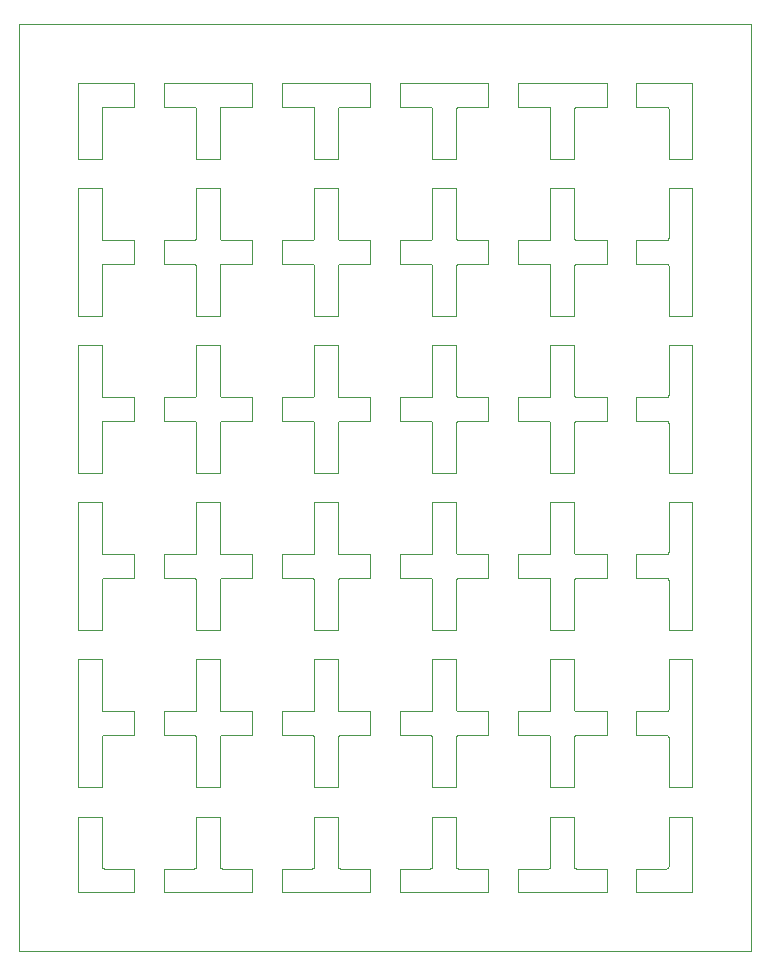
<source format=gm1>
%TF.GenerationSoftware,KiCad,Pcbnew,7.0.5-1.fc38*%
%TF.CreationDate,2023-07-07T14:18:14-04:00*%
%TF.ProjectId,bno085-i2c-board-v3-square-panel,626e6f30-3835-42d6-9932-632d626f6172,rev?*%
%TF.SameCoordinates,Original*%
%TF.FileFunction,Profile,NP*%
%FSLAX46Y46*%
G04 Gerber Fmt 4.6, Leading zero omitted, Abs format (unit mm)*
G04 Created by KiCad (PCBNEW 7.0.5-1.fc38) date 2023-07-07 14:18:14*
%MOMM*%
%LPD*%
G01*
G04 APERTURE LIST*
%TA.AperFunction,Profile*%
%ADD10C,0.100000*%
%TD*%
G04 APERTURE END LIST*
D10*
X134500000Y-53800000D02*
X134500000Y-58000000D01*
X152320233Y-38298973D02*
X152320233Y-38298973D01*
X124500000Y-60500000D02*
X124500000Y-60500000D01*
X134501026Y-27179766D02*
X134500000Y-27200000D01*
X172483791Y-51478871D02*
X172490827Y-51459872D01*
X132369461Y-53612449D02*
X132350130Y-53606384D01*
X132414253Y-78164152D02*
X132430274Y-78151751D01*
X162414253Y-91464152D02*
X162430274Y-91451751D01*
X142497693Y-27169714D02*
X142490827Y-27140127D01*
X154509172Y-51459872D02*
X154520439Y-51488078D01*
X152497693Y-27169714D02*
X152490827Y-27140127D01*
X152430274Y-91451751D02*
X152444958Y-91437793D01*
X152397060Y-91474869D02*
X152414253Y-91464152D01*
X169750000Y-53600000D02*
X169750000Y-52600000D01*
X172474869Y-64797060D02*
X172483791Y-64778871D01*
X144500000Y-60500000D02*
X144500000Y-64700000D01*
X132430274Y-91451751D02*
X132444958Y-91437793D01*
X154548248Y-64830274D02*
X154569725Y-64851751D01*
X144500000Y-87100000D02*
X144500000Y-91300000D01*
X172479560Y-80311921D02*
X172464152Y-80285746D01*
X152359872Y-91490827D02*
X152378871Y-91483791D01*
X142493615Y-78050130D02*
X142497693Y-78030285D01*
X134535847Y-53685746D02*
X134520439Y-53711921D01*
X164562206Y-64844958D02*
X164585746Y-64864152D01*
X172378871Y-91483791D02*
X172397060Y-91474869D01*
X152430274Y-51551751D02*
X152444958Y-51537793D01*
X162300000Y-51600000D02*
X162320233Y-51598973D01*
X172500000Y-38100000D02*
X172500000Y-33900000D01*
X154700000Y-51600000D02*
X157250000Y-51600000D01*
X132414253Y-40335847D02*
X132388078Y-40320439D01*
X124548248Y-78130274D02*
X124562206Y-78144958D01*
X162444958Y-40362206D02*
X162430274Y-40348248D01*
X157250000Y-39300000D02*
X157250000Y-40300000D01*
X164640127Y-66909172D02*
X164611921Y-66920439D01*
X142500000Y-60500000D02*
X143500000Y-60500000D01*
X144504094Y-27159740D02*
X144501026Y-27179766D01*
X124640127Y-80209172D02*
X124611921Y-80220439D01*
X124679766Y-51598973D02*
X124700000Y-51600000D01*
X164520439Y-78088078D02*
X164535847Y-78114253D01*
X132320233Y-40301026D02*
X132300000Y-40300000D01*
X124525130Y-40402939D02*
X124512449Y-40430538D01*
X142500000Y-58000000D02*
X142500000Y-53800000D01*
X142495905Y-38140259D02*
X142498973Y-38120233D01*
X157250000Y-53600000D02*
X154700000Y-53600000D01*
X162495905Y-51440259D02*
X162498973Y-51420233D01*
X162300000Y-91500000D02*
X162320233Y-91498973D01*
X137250000Y-51600000D02*
X137250000Y-52600000D01*
X144700000Y-91500000D02*
X147250000Y-91500000D01*
X142378871Y-91483791D02*
X142397060Y-91474869D01*
X144700000Y-53600000D02*
X144700000Y-53600000D01*
X154640127Y-80209172D02*
X154611921Y-80220439D01*
X134602939Y-64874869D02*
X134630538Y-64887550D01*
X142378871Y-66916208D02*
X142350130Y-66906384D01*
X164700000Y-40300000D02*
X164669714Y-40302306D01*
X124700000Y-38300000D02*
X127250000Y-38300000D01*
X129750000Y-91500000D02*
X132300000Y-91500000D01*
X134700000Y-27000000D02*
X134669714Y-27002306D01*
X134548248Y-27069725D02*
X134530271Y-27094207D01*
X124506384Y-67049869D02*
X124502306Y-67069714D01*
X172500000Y-33900000D02*
X174500000Y-33900000D01*
X164555041Y-66962206D02*
X164541844Y-66977578D01*
X143500000Y-31400000D02*
X142500000Y-31400000D01*
X163500000Y-47200000D02*
X164500000Y-47200000D01*
X144630538Y-51587550D02*
X144649869Y-51593615D01*
X124500000Y-44700000D02*
X122500000Y-44700000D01*
X124555041Y-53662206D02*
X124541844Y-53677578D01*
X142437793Y-80255041D02*
X142422421Y-80241844D01*
X142300000Y-38300000D02*
X142320233Y-38298973D01*
X154621128Y-78183791D02*
X154649869Y-78193615D01*
X154602939Y-78174869D02*
X154621128Y-78183791D01*
X142487550Y-38169461D02*
X142495905Y-38140259D01*
X154512449Y-27130538D02*
X154506384Y-27149869D01*
X144535847Y-53685746D02*
X144520439Y-53711921D01*
X152340259Y-38295905D02*
X152359872Y-38290827D01*
X132300000Y-64900000D02*
X132320233Y-64898973D01*
X164585746Y-66935847D02*
X164569725Y-66948248D01*
X144649869Y-91493615D02*
X144669714Y-91497693D01*
X142437793Y-66955041D02*
X142422421Y-66941844D01*
X144562206Y-40355041D02*
X144548248Y-40369725D01*
X144502306Y-64730285D02*
X144509172Y-64759872D01*
X144520439Y-51488078D02*
X144535847Y-51514253D01*
X162388078Y-27020439D02*
X162369461Y-27012449D01*
X164525130Y-40402939D02*
X164516208Y-40421128D01*
X162378871Y-64883791D02*
X162397060Y-64874869D01*
X132497693Y-67069714D02*
X132490827Y-67040127D01*
X153500000Y-84600000D02*
X152500000Y-84600000D01*
X142444958Y-27062206D02*
X142430274Y-27048248D01*
X137250000Y-91500000D02*
X137250000Y-93500000D01*
X144548248Y-27069725D02*
X144535847Y-27085746D01*
X162300000Y-27000000D02*
X159750000Y-27000000D01*
X132500000Y-40500000D02*
X132497693Y-40469714D01*
X154569725Y-80248248D02*
X154555041Y-80262206D01*
X154520439Y-64788078D02*
X154535847Y-64814253D01*
X153500000Y-44700000D02*
X152500000Y-44700000D01*
X134649869Y-38293615D02*
X134679766Y-38298973D01*
X172437793Y-64844958D02*
X172451751Y-64830274D01*
X164525130Y-67002939D02*
X164516208Y-67021128D01*
X127250000Y-78200000D02*
X127250000Y-79200000D01*
X134520439Y-67011921D02*
X134512449Y-67030538D01*
X152378871Y-66916208D02*
X152350130Y-66906384D01*
X152397060Y-51574869D02*
X152414253Y-51564152D01*
X172300000Y-78200000D02*
X172320233Y-78198973D01*
X154640127Y-40309172D02*
X154611921Y-40320439D01*
X162451751Y-51530274D02*
X162464152Y-51514253D01*
X159750000Y-64900000D02*
X162300000Y-64900000D01*
X132320233Y-64898973D02*
X132340259Y-64895905D01*
X157250000Y-65900000D02*
X157250000Y-66900000D01*
X144548248Y-78130274D02*
X144562206Y-78144958D01*
X132320233Y-53601026D02*
X132300000Y-53600000D01*
X154585746Y-80235847D02*
X154569725Y-80248248D01*
X164630538Y-38287550D02*
X164649869Y-38293615D01*
X154562206Y-91444958D02*
X154577578Y-91458155D01*
X124500000Y-38100000D02*
X124502306Y-38130285D01*
X162490827Y-40440127D02*
X162479560Y-40411921D01*
X132397060Y-64874869D02*
X132414253Y-64864152D01*
X169750000Y-66900000D02*
X169750000Y-65900000D01*
X152464152Y-80285746D02*
X152451751Y-80269725D01*
X132359872Y-91490827D02*
X132378871Y-91483791D01*
X172464152Y-64814253D02*
X172474869Y-64797060D01*
X124502306Y-51430285D02*
X124509172Y-51459872D01*
X152397060Y-38274869D02*
X152414253Y-38264152D01*
X154548248Y-91430274D02*
X154562206Y-91444958D01*
X164700000Y-27000000D02*
X164669714Y-27002306D01*
X164640127Y-80209172D02*
X164611921Y-80220439D01*
X172498973Y-51420233D02*
X172500000Y-51400000D01*
X162444958Y-78137793D02*
X162464152Y-78114253D01*
X124679766Y-38298973D02*
X124700000Y-38300000D01*
X132330285Y-66902306D02*
X132300000Y-66900000D01*
X142330285Y-80202306D02*
X142300000Y-80200000D01*
X134500000Y-78000000D02*
X134502306Y-78030285D01*
X134700000Y-38300000D02*
X137250000Y-38300000D01*
X134669714Y-78197693D02*
X134700000Y-78200000D01*
X142500000Y-44700000D02*
X142500000Y-40500000D01*
X164500000Y-64700000D02*
X164502306Y-64730285D01*
X134669714Y-80202306D02*
X134640127Y-80209172D01*
X162330285Y-80202306D02*
X162300000Y-80200000D01*
X124640127Y-27009172D02*
X124640127Y-27009172D01*
X142490827Y-40440127D02*
X142479560Y-40411921D01*
X162437793Y-53655041D02*
X162414253Y-53635847D01*
X154669714Y-66902306D02*
X154640127Y-66909172D01*
X162437793Y-51544958D02*
X162451751Y-51530274D01*
X132444958Y-40362206D02*
X132430274Y-40348248D01*
X164700000Y-53600000D02*
X164669714Y-53602306D01*
X134509172Y-51459872D02*
X134520439Y-51488078D01*
X164500000Y-38100000D02*
X164502306Y-38130285D01*
X154649869Y-64893615D02*
X154679766Y-64898973D01*
X142340259Y-91495905D02*
X142359872Y-91490827D01*
X154649869Y-91493615D02*
X154669714Y-91497693D01*
X144509172Y-51459872D02*
X144520439Y-51488078D01*
X122500000Y-60500000D02*
X124500000Y-60500000D01*
X152500000Y-84600000D02*
X152500000Y-80400000D01*
X142458155Y-91422421D02*
X142469728Y-91405792D01*
X164535847Y-38214253D02*
X164555041Y-38237793D01*
X154535847Y-51514253D02*
X154548248Y-51530274D01*
X144548248Y-66969725D02*
X144535847Y-66985746D01*
X152497693Y-67069714D02*
X152497693Y-67069714D01*
X134500000Y-38100000D02*
X134502306Y-38130285D01*
X132397060Y-53625130D02*
X132369461Y-53612449D01*
X132490827Y-40440127D02*
X132479560Y-40411921D01*
X132490827Y-53740127D02*
X132479560Y-53711921D01*
X132500000Y-38100000D02*
X132500000Y-33900000D01*
X142320233Y-64898973D02*
X142320233Y-64898973D01*
X157250000Y-27000000D02*
X157250000Y-27000000D01*
X162330285Y-66902306D02*
X162300000Y-66900000D01*
X154501026Y-80379766D02*
X154500000Y-80400000D01*
X162464152Y-66985746D02*
X162451751Y-66969725D01*
X154585746Y-66935847D02*
X154569725Y-66948248D01*
X134679766Y-38298973D02*
X134700000Y-38300000D01*
X132458155Y-78122421D02*
X132469728Y-78105792D01*
X144509172Y-67040127D02*
X144504094Y-67059740D01*
X162479560Y-80311921D02*
X162464152Y-80285746D01*
X154602939Y-64874869D02*
X154621128Y-64883791D01*
X153500000Y-47200000D02*
X154500000Y-47200000D01*
X149750000Y-38300000D02*
X152300000Y-38300000D01*
X124525130Y-80302939D02*
X124512449Y-80330538D01*
X152300000Y-66900000D02*
X149750000Y-66900000D01*
X124535847Y-78114253D02*
X124548248Y-78130274D01*
X142444958Y-91437793D02*
X142458155Y-91422421D01*
X134700000Y-51600000D02*
X137250000Y-51600000D01*
X144569725Y-64851751D02*
X144585746Y-64864152D01*
X152378871Y-53616208D02*
X152350130Y-53606384D01*
X134512449Y-27130538D02*
X134506384Y-27149869D01*
X144500000Y-84600000D02*
X143500000Y-84600000D01*
X154611921Y-40320439D02*
X154585746Y-40335847D01*
X157250000Y-66900000D02*
X154700000Y-66900000D01*
X147250000Y-93500000D02*
X139750000Y-93500000D01*
X129750000Y-40300000D02*
X129750000Y-39300000D01*
X169750000Y-80200000D02*
X169750000Y-79200000D01*
X132464152Y-66985746D02*
X132451751Y-66969725D01*
X172359872Y-38290827D02*
X172378871Y-38283791D01*
X124555041Y-80262206D02*
X124535847Y-80285746D01*
X132464152Y-80285746D02*
X132451751Y-80269725D01*
X124630538Y-64887550D02*
X124649869Y-64893615D01*
X142414253Y-27035847D02*
X142388078Y-27020439D01*
X152464152Y-91414253D02*
X152474869Y-91397060D01*
X162320233Y-91498973D02*
X162340259Y-91495905D01*
X162490827Y-80340127D02*
X162479560Y-80311921D01*
X164555041Y-80262206D02*
X164541844Y-80277578D01*
X154669714Y-53602306D02*
X154640127Y-53609172D01*
X134500000Y-73800000D02*
X134500000Y-78000000D01*
X142479560Y-53711921D02*
X142464152Y-53685746D01*
X172359872Y-64890827D02*
X172378871Y-64883791D01*
X162500000Y-73800000D02*
X163500000Y-73800000D01*
X142500000Y-51400000D02*
X142500000Y-47200000D01*
X134700000Y-64900000D02*
X137250000Y-64900000D01*
X127250000Y-93500000D02*
X122500000Y-93500000D01*
X124516208Y-53721128D02*
X124506384Y-53749869D01*
X172437793Y-53655041D02*
X172414253Y-53635847D01*
X142430274Y-91451751D02*
X142444958Y-91437793D01*
X142497693Y-67069714D02*
X142490827Y-67040127D01*
X137250000Y-66900000D02*
X134700000Y-66900000D01*
X132464152Y-51514253D02*
X132474869Y-51497060D01*
X172490827Y-64759872D02*
X172495905Y-64740259D01*
X152350130Y-40306384D02*
X152330285Y-40302306D01*
X124640127Y-27009172D02*
X124611921Y-27020439D01*
X142378871Y-38283791D02*
X142397060Y-38274869D01*
X132437793Y-66955041D02*
X132422421Y-66941844D01*
X154611921Y-80220439D02*
X154585746Y-80235847D01*
X164525130Y-53702939D02*
X164516208Y-53721128D01*
X142320233Y-53601026D02*
X142300000Y-53600000D01*
X144509172Y-64759872D02*
X144520439Y-64788078D01*
X149750000Y-80200000D02*
X149750000Y-79200000D01*
X124679766Y-64898973D02*
X124700000Y-64900000D01*
X164509172Y-64759872D02*
X164520439Y-64788078D01*
X152500000Y-33900000D02*
X153500000Y-33900000D01*
X172437793Y-38244958D02*
X172451751Y-38230274D01*
X162495905Y-91340259D02*
X162498973Y-91320233D01*
X152388078Y-27020439D02*
X152369461Y-27012449D01*
X143500000Y-60500000D02*
X144500000Y-60500000D01*
X152495905Y-91340259D02*
X152498973Y-91320233D01*
X164562206Y-91444958D02*
X164577578Y-91458155D01*
X124562206Y-91444958D02*
X124577578Y-91458155D01*
X142500000Y-40500000D02*
X142497693Y-40469714D01*
X164611921Y-66920439D02*
X164585746Y-66935847D01*
X144504094Y-67059740D02*
X144501026Y-67079766D01*
X152378871Y-78183791D02*
X152397060Y-78174869D01*
X132500000Y-44700000D02*
X132500000Y-40500000D01*
X147250000Y-78200000D02*
X147250000Y-79200000D01*
X152479560Y-67011921D02*
X152464152Y-66985746D01*
X133500000Y-87100000D02*
X134500000Y-87100000D01*
X124569725Y-66948248D02*
X124555041Y-66962206D01*
X152490827Y-67040127D02*
X152479560Y-67011921D01*
X152490827Y-80340127D02*
X152479560Y-80311921D01*
X134585746Y-66935847D02*
X134562206Y-66955041D01*
X152414253Y-78164152D02*
X152430274Y-78151751D01*
X124520439Y-38188078D02*
X124535847Y-38214253D01*
X152300000Y-51600000D02*
X152320233Y-51598973D01*
X144611921Y-38279560D02*
X144630538Y-38287550D01*
X142369461Y-64887550D02*
X142388078Y-64879560D01*
X159750000Y-51600000D02*
X162300000Y-51600000D01*
X132487550Y-38169461D02*
X132493615Y-38150130D01*
X132369461Y-27012449D02*
X132350130Y-27006384D01*
X137250000Y-80200000D02*
X134700000Y-80200000D01*
X132474869Y-64797060D02*
X132483791Y-64778871D01*
X164506384Y-53749869D02*
X164502306Y-53769714D01*
X143500000Y-44700000D02*
X142500000Y-44700000D01*
X154525130Y-80302939D02*
X154512449Y-80330538D01*
X142414253Y-91464152D02*
X142430274Y-91451751D01*
X134501026Y-40479766D02*
X134500000Y-40500000D01*
X172474869Y-38197060D02*
X172483791Y-38178871D01*
X144500000Y-38100000D02*
X144502306Y-38130285D01*
X124700000Y-78200000D02*
X127250000Y-78200000D01*
X134535847Y-78114253D02*
X134548248Y-78130274D01*
X144640127Y-53609172D02*
X144611921Y-53620439D01*
X162490827Y-38159872D02*
X162495905Y-38140259D01*
X152414253Y-40335847D02*
X152388078Y-40320439D01*
X134512449Y-40430538D02*
X134506384Y-40449869D01*
X124669714Y-53602306D02*
X124640127Y-53609172D01*
X162500000Y-80400000D02*
X162497693Y-80369714D01*
X139750000Y-51600000D02*
X142300000Y-51600000D01*
X132495905Y-51440259D02*
X132498973Y-51420233D01*
X154611921Y-38279560D02*
X154630538Y-38287550D01*
X172500000Y-84600000D02*
X172500000Y-80400000D01*
X124585746Y-51564152D02*
X124602939Y-51574869D01*
X134700000Y-40300000D02*
X134669714Y-40302306D01*
X124500000Y-53800000D02*
X124500000Y-58000000D01*
X142350130Y-66906384D02*
X142330285Y-66902306D01*
X134509172Y-78059872D02*
X134520439Y-78088078D01*
X154669714Y-27002306D02*
X154640127Y-27009172D01*
X172414253Y-64864152D02*
X172437793Y-64844958D01*
X162340259Y-38295905D02*
X162359872Y-38290827D01*
X164649869Y-78193615D02*
X164669714Y-78197693D01*
X167250000Y-91500000D02*
X167250000Y-93500000D01*
X152330285Y-66902306D02*
X152300000Y-66900000D01*
X122500000Y-33900000D02*
X124500000Y-33900000D01*
X137250000Y-79200000D02*
X137250000Y-80200000D01*
X164679766Y-51598973D02*
X164700000Y-51600000D01*
X152320233Y-64898973D02*
X152340259Y-64895905D01*
X162359872Y-38290827D02*
X162378871Y-38283791D01*
X164509172Y-38159872D02*
X164520439Y-38188078D01*
X172483791Y-64778871D02*
X172490827Y-64759872D01*
X134512449Y-80330538D02*
X134506384Y-80349869D01*
X164577578Y-78158155D02*
X164602939Y-78174869D01*
X172430274Y-40348248D02*
X172414253Y-40335847D01*
X124520439Y-91388078D02*
X124535847Y-91414253D01*
X129750000Y-64900000D02*
X132300000Y-64900000D01*
X127250000Y-25000000D02*
X127250000Y-27000000D01*
X144640127Y-80209172D02*
X144611921Y-80220439D01*
X143500000Y-33900000D02*
X144500000Y-33900000D01*
X139750000Y-38300000D02*
X142300000Y-38300000D01*
X144611921Y-27020439D02*
X144585746Y-27035847D01*
X124569725Y-51551751D02*
X124585746Y-51564152D01*
X144548248Y-91430274D02*
X144562206Y-91444958D01*
X152359872Y-38290827D02*
X152378871Y-38283791D01*
X124506384Y-80349869D02*
X124502306Y-80369714D01*
X144500000Y-78000000D02*
X144502306Y-78030285D01*
X124500000Y-73800000D02*
X124500000Y-73800000D01*
X144500000Y-58000000D02*
X143500000Y-58000000D01*
X159750000Y-39300000D02*
X159750000Y-38300000D01*
X164502306Y-51430285D02*
X164509172Y-51459872D01*
X152451751Y-66969725D02*
X152437793Y-66955041D01*
X132330285Y-80202306D02*
X132300000Y-80200000D01*
X132451751Y-53669725D02*
X132430274Y-53648248D01*
X142497693Y-80369714D02*
X142490827Y-80340127D01*
X142490827Y-80340127D02*
X142479560Y-80311921D01*
X132437793Y-51544958D02*
X132451751Y-51530274D01*
X162300000Y-40300000D02*
X159750000Y-40300000D01*
X172340259Y-64895905D02*
X172359872Y-64890827D01*
X144555041Y-64837793D02*
X144569725Y-64851751D01*
X144548248Y-40369725D02*
X144535847Y-40385746D01*
X142490827Y-51459872D02*
X142495905Y-51440259D01*
X142458155Y-38222421D02*
X142469728Y-38205792D01*
X134585746Y-51564152D02*
X134602939Y-51574869D01*
X144535847Y-64814253D02*
X144555041Y-64837793D01*
X172330285Y-40302306D02*
X172300000Y-40300000D01*
X124585746Y-64864152D02*
X124602939Y-64874869D01*
X134700000Y-80200000D02*
X134669714Y-80202306D01*
X142397060Y-38274869D02*
X142414253Y-38264152D01*
X154500000Y-71300000D02*
X153500000Y-71300000D01*
X164500000Y-80400000D02*
X164500000Y-84600000D01*
X134509172Y-64759872D02*
X134520439Y-64788078D01*
X124649869Y-78193615D02*
X124669714Y-78197693D01*
X132490827Y-67040127D02*
X132479560Y-67011921D01*
X124502306Y-53769714D02*
X124500000Y-53800000D01*
X164541844Y-27077578D02*
X164525130Y-27102939D01*
X152378871Y-91483791D02*
X152397060Y-91474869D01*
X152430274Y-40348248D02*
X152414253Y-40335847D01*
X162340259Y-51595905D02*
X162359872Y-51590827D01*
X172378871Y-78183791D02*
X172397060Y-78174869D01*
X154525130Y-27102939D02*
X154512449Y-27130538D01*
X124520439Y-78088078D02*
X124535847Y-78114253D01*
X172497693Y-53769714D02*
X172490827Y-53740127D01*
X132397060Y-38274869D02*
X132414253Y-38264152D01*
X124669714Y-27002306D02*
X124640127Y-27009172D01*
X132340259Y-64895905D02*
X132359872Y-64890827D01*
X154520439Y-51488078D02*
X154535847Y-51514253D01*
X132300000Y-66900000D02*
X129750000Y-66900000D01*
X164602939Y-78174869D02*
X164621128Y-78183791D01*
X154577578Y-91458155D02*
X154602939Y-91474869D01*
X163500000Y-60500000D02*
X164500000Y-60500000D01*
X179500000Y-98500000D02*
X179500000Y-20000000D01*
X142500000Y-84600000D02*
X142500000Y-80400000D01*
X172451751Y-80269725D02*
X172437793Y-80255041D01*
X164700000Y-78200000D02*
X167250000Y-78200000D01*
X144502306Y-38130285D02*
X144509172Y-38159872D01*
X152320233Y-38298973D02*
X152340259Y-38295905D01*
X154535847Y-64814253D02*
X154548248Y-64830274D01*
X134611921Y-27020439D02*
X134585746Y-27035847D01*
X169750000Y-25000000D02*
X174500000Y-25000000D01*
X134530271Y-40394207D02*
X134520439Y-40411921D01*
X162369461Y-27012449D02*
X162350130Y-27006384D01*
X132422421Y-80241844D02*
X132397060Y-80225130D01*
X167250000Y-78200000D02*
X167250000Y-79200000D01*
X152378871Y-51583791D02*
X152397060Y-51574869D01*
X162359872Y-91490827D02*
X162378871Y-91483791D01*
X132490827Y-51459872D02*
X132495905Y-51440259D01*
X139750000Y-40300000D02*
X139750000Y-39300000D01*
X164500000Y-27200000D02*
X164500000Y-31400000D01*
X162359872Y-51590827D02*
X162378871Y-51583791D01*
X134535847Y-51514253D02*
X134548248Y-51530274D01*
X152359872Y-51590827D02*
X152378871Y-51583791D01*
X152464152Y-27085746D02*
X152451751Y-27069725D01*
X139750000Y-66900000D02*
X139750000Y-65900000D01*
X164520439Y-51488078D02*
X164535847Y-51514253D01*
X154535847Y-80285746D02*
X154525130Y-80302939D01*
X152500000Y-80400000D02*
X152497693Y-80369714D01*
X152300000Y-91500000D02*
X152320233Y-91498973D01*
X167250000Y-64900000D02*
X167250000Y-65900000D01*
X164500000Y-40500000D02*
X164500000Y-44700000D01*
X152430274Y-64851751D02*
X152444958Y-64837793D01*
X172320233Y-51598973D02*
X172340259Y-51595905D01*
X154569725Y-64851751D02*
X154585746Y-64864152D01*
X147250000Y-52600000D02*
X147250000Y-53600000D01*
X132497693Y-80369714D02*
X132490827Y-80340127D01*
X132474869Y-51497060D02*
X132483791Y-51478871D01*
X142500000Y-91300000D02*
X142500000Y-87100000D01*
X134500000Y-27200000D02*
X134500000Y-31400000D01*
X163500000Y-73800000D02*
X164500000Y-73800000D01*
X144602939Y-51574869D02*
X144630538Y-51587550D01*
X154535847Y-78114253D02*
X154548248Y-78130274D01*
X134669714Y-40302306D02*
X134640127Y-40309172D01*
X147250000Y-64900000D02*
X147250000Y-65900000D01*
X127250000Y-39300000D02*
X127250000Y-40300000D01*
X152498973Y-51420233D02*
X152500000Y-51400000D01*
X162350130Y-40306384D02*
X162330285Y-40302306D01*
X144700000Y-38300000D02*
X147250000Y-38300000D01*
X164516208Y-27121128D02*
X164506384Y-27149869D01*
X162300000Y-53600000D02*
X159750000Y-53600000D01*
X157250000Y-38300000D02*
X157250000Y-39300000D01*
X134500000Y-87100000D02*
X134500000Y-91300000D01*
X124585746Y-53635847D02*
X124569725Y-53648248D01*
X162474869Y-51497060D02*
X162483791Y-51478871D01*
X134500000Y-80400000D02*
X134500000Y-84600000D01*
X144500000Y-91300000D02*
X144502306Y-91330285D01*
X142320233Y-38298973D02*
X142340259Y-38295905D01*
X134500000Y-58000000D02*
X133500000Y-58000000D01*
X154649869Y-38293615D02*
X154669714Y-38297693D01*
X172320233Y-78198973D02*
X172340259Y-78195905D01*
X142430274Y-27048248D02*
X142414253Y-27035847D01*
X154500000Y-78000000D02*
X154502306Y-78030285D01*
X129750000Y-39300000D02*
X129750000Y-38300000D01*
X134577578Y-91458155D02*
X134602939Y-91474869D01*
X134569725Y-53648248D02*
X134548248Y-53669725D01*
X162414253Y-64864152D02*
X162437793Y-64844958D01*
X162405792Y-38269728D02*
X162422421Y-38258155D01*
X169750000Y-27000000D02*
X169750000Y-25000000D01*
X172464152Y-78114253D02*
X172474869Y-78097060D01*
X132495905Y-91340259D02*
X132498973Y-91320233D01*
X154500000Y-47200000D02*
X154500000Y-51400000D01*
X172397060Y-53625130D02*
X172369461Y-53612449D01*
X154700000Y-64900000D02*
X157250000Y-64900000D01*
X172464152Y-51514253D02*
X172474869Y-51497060D01*
X142464152Y-51514253D02*
X142474869Y-51497060D01*
X142422421Y-80241844D02*
X142397060Y-80225130D01*
X134535847Y-66985746D02*
X134520439Y-67011921D01*
X124700000Y-66900000D02*
X124669714Y-66902306D01*
X132498973Y-64720233D02*
X132500000Y-64700000D01*
X157250000Y-27000000D02*
X154700000Y-27000000D01*
X142330285Y-66902306D02*
X142300000Y-66900000D01*
X132444958Y-38237793D02*
X132458155Y-38222421D01*
X132378871Y-51583791D02*
X132397060Y-51574869D01*
X172300000Y-66900000D02*
X169750000Y-66900000D01*
X142479560Y-27111921D02*
X142464152Y-27085746D01*
X152444958Y-38237793D02*
X152458155Y-38222421D01*
X162397060Y-80225130D02*
X162378871Y-80216208D01*
X124602939Y-91474869D02*
X124621128Y-91483791D01*
X172500000Y-53800000D02*
X172497693Y-53769714D01*
X144585746Y-40335847D02*
X144562206Y-40355041D01*
X164506384Y-67049869D02*
X164502306Y-67069714D01*
X142397060Y-78174869D02*
X142414253Y-78164152D01*
X144500000Y-33900000D02*
X144500000Y-38100000D01*
X164577578Y-91458155D02*
X164602939Y-91474869D01*
X154512449Y-67030538D02*
X154506384Y-67049869D01*
X152497693Y-40469714D02*
X152490827Y-40440127D01*
X163500000Y-33900000D02*
X164500000Y-33900000D01*
X153500000Y-73800000D02*
X154500000Y-73800000D01*
X172300000Y-80200000D02*
X169750000Y-80200000D01*
X172444958Y-78137793D02*
X172464152Y-78114253D01*
X154555041Y-66962206D02*
X154535847Y-66985746D01*
X152300000Y-80200000D02*
X149750000Y-80200000D01*
X164700000Y-80200000D02*
X164669714Y-80202306D01*
X172430274Y-27048248D02*
X172414253Y-27035847D01*
X159750000Y-78200000D02*
X162300000Y-78200000D01*
X134611921Y-53620439D02*
X134585746Y-53635847D01*
X142479560Y-67011921D02*
X142464152Y-66985746D01*
X144500000Y-51400000D02*
X144502306Y-51430285D01*
X154569725Y-66948248D02*
X154555041Y-66962206D01*
X152444958Y-78137793D02*
X152464152Y-78114253D01*
X162497693Y-27169714D02*
X162490827Y-27140127D01*
X144512449Y-40430538D02*
X144504094Y-40459740D01*
X154548248Y-40369725D02*
X154535847Y-40385746D01*
X132451751Y-64830274D02*
X132464152Y-64814253D01*
X129750000Y-65900000D02*
X129750000Y-64900000D01*
X142369461Y-53612449D02*
X142350130Y-53606384D01*
X124500000Y-33900000D02*
X124500000Y-38100000D01*
X134512449Y-67030538D02*
X134506384Y-67049869D01*
X157250000Y-79200000D02*
X157250000Y-80200000D01*
X142320233Y-91498973D02*
X142340259Y-91495905D01*
X147250000Y-91500000D02*
X147250000Y-93500000D01*
X132300000Y-91500000D02*
X132320233Y-91498973D01*
X152414253Y-91464152D02*
X152430274Y-91451751D01*
X144569725Y-53648248D02*
X144548248Y-53669725D01*
X144548248Y-53669725D02*
X144535847Y-53685746D01*
X144562206Y-78144958D02*
X144577578Y-78158155D01*
X152497693Y-80369714D02*
X152497693Y-80369714D01*
X144621128Y-91483791D02*
X144649869Y-91493615D01*
X149750000Y-53600000D02*
X149750000Y-52600000D01*
X132397060Y-51574869D02*
X132414253Y-51564152D01*
X142414253Y-53635847D02*
X142397060Y-53625130D01*
X164585746Y-51564152D02*
X164602939Y-51574869D01*
X132320233Y-91498973D02*
X132340259Y-91495905D01*
X132300000Y-27000000D02*
X129750000Y-27000000D01*
X134520439Y-80311921D02*
X134512449Y-80330538D01*
X132378871Y-80216208D02*
X132350130Y-80206384D01*
X132437793Y-64844958D02*
X132451751Y-64830274D01*
X174500000Y-93500000D02*
X169750000Y-93500000D01*
X162497693Y-53769714D02*
X162490827Y-53740127D01*
X169750000Y-52600000D02*
X169750000Y-51600000D01*
X134502306Y-53769714D02*
X134500000Y-53800000D01*
X174500000Y-33900000D02*
X174500000Y-44700000D01*
X124535847Y-80285746D02*
X124525130Y-80302939D01*
X172300000Y-27000000D02*
X169750000Y-27000000D01*
X162414253Y-53635847D02*
X162397060Y-53625130D01*
X152500000Y-44700000D02*
X152500000Y-40500000D01*
X152495905Y-64740259D02*
X152498973Y-64720233D01*
X152350130Y-80206384D02*
X152330285Y-80202306D01*
X137250000Y-64900000D02*
X137250000Y-65900000D01*
X137250000Y-27000000D02*
X134700000Y-27000000D01*
X134602939Y-78174869D02*
X134621128Y-78183791D01*
X139750000Y-78200000D02*
X142300000Y-78200000D01*
X152500000Y-47200000D02*
X153500000Y-47200000D01*
X162369461Y-40312449D02*
X162350130Y-40306384D01*
X142444958Y-78137793D02*
X142458155Y-78122421D01*
X172497693Y-40469714D02*
X172490827Y-40440127D01*
X172378871Y-80216208D02*
X172350130Y-80206384D01*
X132500000Y-80400000D02*
X132497693Y-80369714D01*
X132300000Y-80200000D02*
X129750000Y-80200000D01*
X132359872Y-78190827D02*
X132378871Y-78183791D01*
X164541844Y-80277578D02*
X164525130Y-80302939D01*
X124585746Y-40335847D02*
X124569725Y-40348248D01*
X162500000Y-60500000D02*
X163500000Y-60500000D01*
X162300000Y-78200000D02*
X162300000Y-78200000D01*
X159750000Y-25000000D02*
X167250000Y-25000000D01*
X134500000Y-60500000D02*
X134500000Y-64700000D01*
X142498973Y-38120233D02*
X142500000Y-38100000D01*
X164602939Y-51574869D02*
X164630538Y-51587550D01*
X134669714Y-91497693D02*
X134700000Y-91500000D01*
X124562206Y-78144958D02*
X124577578Y-78158155D01*
X144512449Y-27130538D02*
X144504094Y-27159740D01*
X132490827Y-80340127D02*
X132479560Y-80311921D01*
X124585746Y-66935847D02*
X124569725Y-66948248D01*
X164535847Y-64814253D02*
X164548248Y-64830274D01*
X172340259Y-78195905D02*
X172359872Y-78190827D01*
X162320233Y-53601026D02*
X162300000Y-53600000D01*
X139750000Y-80200000D02*
X139750000Y-79200000D01*
X149750000Y-51600000D02*
X152300000Y-51600000D01*
X142378871Y-78183791D02*
X142397060Y-78174869D01*
X134548248Y-80269725D02*
X134535847Y-80285746D01*
X152300000Y-53600000D02*
X149750000Y-53600000D01*
X124621128Y-78183791D02*
X124649869Y-78193615D01*
X142500000Y-44700000D02*
X142500000Y-44700000D01*
X164621128Y-78183791D02*
X164649869Y-78193615D01*
X154585746Y-53635847D02*
X154569725Y-53648248D01*
X129750000Y-38300000D02*
X132300000Y-38300000D01*
X142500000Y-27200000D02*
X142497693Y-27169714D01*
X152495905Y-78040259D02*
X152498973Y-78020233D01*
X142369461Y-51587550D02*
X142388078Y-51579560D01*
X124555041Y-27062206D02*
X124541844Y-27077578D01*
X134577578Y-78158155D02*
X134602939Y-78174869D01*
X134500000Y-44700000D02*
X133500000Y-44700000D01*
X152469728Y-38205792D02*
X152479560Y-38188078D01*
X124602939Y-51574869D02*
X124630538Y-51587550D01*
X134611921Y-38279560D02*
X134630538Y-38287550D01*
X127250000Y-64900000D02*
X127250000Y-65900000D01*
X134621128Y-78183791D02*
X134649869Y-78193615D01*
X132479560Y-38188078D02*
X132487550Y-38169461D01*
X163500000Y-58000000D02*
X162500000Y-58000000D01*
X162464152Y-78114253D02*
X162474869Y-78097060D01*
X162490827Y-40440127D02*
X162490827Y-40440127D01*
X122500000Y-44700000D02*
X122500000Y-33900000D01*
X142320233Y-27001026D02*
X142300000Y-27000000D01*
X142500000Y-71300000D02*
X142500000Y-67100000D01*
X132350130Y-27006384D02*
X132320233Y-27001026D01*
X144669714Y-78197693D02*
X144700000Y-78200000D01*
X137250000Y-27000000D02*
X137250000Y-27000000D01*
X152490827Y-27140127D02*
X152479560Y-27111921D01*
X164555041Y-40362206D02*
X164541844Y-40377578D01*
X139750000Y-53600000D02*
X139750000Y-52600000D01*
X152444958Y-51537793D02*
X152464152Y-51514253D01*
X154506384Y-53749869D02*
X154501026Y-53779766D01*
X159750000Y-79200000D02*
X159750000Y-78200000D01*
X172397060Y-80225130D02*
X172378871Y-80216208D01*
X144500000Y-67100000D02*
X144500000Y-71300000D01*
X134500000Y-64700000D02*
X134502306Y-64730285D01*
X162369461Y-53612449D02*
X162350130Y-53606384D01*
X124569725Y-27048248D02*
X124555041Y-27062206D01*
X144669714Y-66902306D02*
X144640127Y-66909172D01*
X152500000Y-31400000D02*
X152500000Y-27200000D01*
X164585746Y-27035847D02*
X164569725Y-27048248D01*
X142464152Y-64814253D02*
X142474869Y-64797060D01*
X134502306Y-64730285D02*
X134509172Y-64759872D01*
X164525130Y-80302939D02*
X164516208Y-80321128D01*
X172430274Y-91451751D02*
X172444958Y-91437793D01*
X132500000Y-47200000D02*
X133500000Y-47200000D01*
X142350130Y-40306384D02*
X142320233Y-40301026D01*
X164700000Y-38300000D02*
X167250000Y-38300000D01*
X152444958Y-64837793D02*
X152464152Y-64814253D01*
X152320233Y-51598973D02*
X152340259Y-51595905D01*
X134569725Y-51551751D02*
X134585746Y-51564152D01*
X172500000Y-87100000D02*
X174500000Y-87100000D01*
X144640127Y-27009172D02*
X144611921Y-27020439D01*
X124611921Y-38279560D02*
X124630538Y-38287550D01*
X142464152Y-53685746D02*
X142444958Y-53662206D01*
X154512449Y-40430538D02*
X154506384Y-40449869D01*
X142490827Y-64759872D02*
X142495905Y-64740259D01*
X172397060Y-91474869D02*
X172414253Y-91464152D01*
X142464152Y-66985746D02*
X142451751Y-66969725D01*
X147250000Y-53600000D02*
X144700000Y-53600000D01*
X172451751Y-51530274D02*
X172464152Y-51514253D01*
X124669714Y-80202306D02*
X124640127Y-80209172D01*
X162500000Y-38100000D02*
X162500000Y-33900000D01*
X149750000Y-40300000D02*
X149750000Y-39300000D01*
X124520439Y-51488078D02*
X124535847Y-51514253D01*
X174500000Y-73800000D02*
X174500000Y-84600000D01*
X144621128Y-78183791D02*
X144649869Y-78193615D01*
X137250000Y-40300000D02*
X134700000Y-40300000D01*
X127250000Y-91500000D02*
X127250000Y-93500000D01*
X124700000Y-27000000D02*
X124669714Y-27002306D01*
X152430274Y-53648248D02*
X152414253Y-53635847D01*
X172495905Y-78040259D02*
X172498973Y-78020233D01*
X134630538Y-51587550D02*
X134649869Y-51593615D01*
X164602939Y-91474869D02*
X164621128Y-91483791D01*
X162500000Y-31400000D02*
X162500000Y-27200000D01*
X134520439Y-51488078D02*
X134535847Y-51514253D01*
X162495905Y-78040259D02*
X162498973Y-78020233D01*
X134520439Y-27111921D02*
X134512449Y-27130538D01*
X172451751Y-38230274D02*
X172464152Y-38214253D01*
X152500000Y-27200000D02*
X152497693Y-27169714D01*
X132359872Y-64890827D02*
X132378871Y-64883791D01*
X167250000Y-40300000D02*
X164700000Y-40300000D01*
X144585746Y-38264152D02*
X144611921Y-38279560D01*
X167250000Y-39300000D02*
X167250000Y-40300000D01*
X164500000Y-44700000D02*
X163500000Y-44700000D01*
X167250000Y-79200000D02*
X167250000Y-80200000D01*
X147250000Y-27000000D02*
X147250000Y-27000000D01*
X124501026Y-27179766D02*
X124500000Y-27200000D01*
X162500000Y-33900000D02*
X163500000Y-33900000D01*
X169750000Y-51600000D02*
X172300000Y-51600000D01*
X132500000Y-78000000D02*
X132500000Y-73800000D01*
X172340259Y-91495905D02*
X172359872Y-91490827D01*
X124500000Y-67100000D02*
X124500000Y-71300000D01*
X149750000Y-79200000D02*
X149750000Y-78200000D01*
X142479560Y-80311921D02*
X142464152Y-80285746D01*
X162490827Y-91359872D02*
X162495905Y-91340259D01*
X172397060Y-66925130D02*
X172378871Y-66916208D01*
X142300000Y-51600000D02*
X142320233Y-51598973D01*
X124500000Y-51400000D02*
X124502306Y-51430285D01*
X124502306Y-67069714D02*
X124500000Y-67100000D01*
X154611921Y-66920439D02*
X154585746Y-66935847D01*
X124541844Y-53677578D02*
X124525130Y-53702939D01*
X164500000Y-73800000D02*
X164500000Y-78000000D01*
X154669714Y-40302306D02*
X154640127Y-40309172D01*
X164500000Y-60500000D02*
X164500000Y-64700000D01*
X154502306Y-91330285D02*
X154509172Y-91359872D01*
X124502306Y-78030285D02*
X124509172Y-78059872D01*
X124611921Y-53620439D02*
X124585746Y-53635847D01*
X134548248Y-51530274D02*
X134569725Y-51551751D01*
X152495905Y-38140259D02*
X152498973Y-38120233D01*
X172300000Y-51600000D02*
X172320233Y-51598973D01*
X132500000Y-58000000D02*
X132500000Y-53800000D01*
X164502306Y-27169714D02*
X164500000Y-27200000D01*
X122500000Y-25000000D02*
X127250000Y-25000000D01*
X172500000Y-91300000D02*
X172500000Y-87100000D01*
X157250000Y-80200000D02*
X154700000Y-80200000D01*
X154679766Y-64898973D02*
X154700000Y-64900000D01*
X172340259Y-51595905D02*
X172359872Y-51590827D01*
X154640127Y-66909172D02*
X154611921Y-66920439D01*
X132359872Y-51590827D02*
X132378871Y-51583791D01*
X162422421Y-80241844D02*
X162397060Y-80225130D01*
X164669714Y-53602306D02*
X164640127Y-53609172D01*
X144562206Y-80255041D02*
X144548248Y-80269725D01*
X144500000Y-53800000D02*
X144500000Y-58000000D01*
X139750000Y-79200000D02*
X139750000Y-78200000D01*
X132378871Y-66916208D02*
X132350130Y-66906384D01*
X152430274Y-38251751D02*
X152444958Y-38237793D01*
X152430274Y-78151751D02*
X152444958Y-78137793D01*
X164502306Y-80369714D02*
X164500000Y-80400000D01*
X129750000Y-25000000D02*
X137250000Y-25000000D01*
X154500000Y-38100000D02*
X154502306Y-38130285D01*
X124500000Y-60500000D02*
X124500000Y-64700000D01*
X164502306Y-64730285D02*
X164509172Y-64759872D01*
X164502306Y-38130285D02*
X164509172Y-38159872D01*
X142414253Y-78164152D02*
X142430274Y-78151751D01*
X162350130Y-80206384D02*
X162330285Y-80202306D01*
X162464152Y-40385746D02*
X162444958Y-40362206D01*
X129750000Y-66900000D02*
X129750000Y-65900000D01*
X124500000Y-84600000D02*
X122500000Y-84600000D01*
X144520439Y-53711921D02*
X144512449Y-53730538D01*
X172444958Y-91437793D02*
X172464152Y-91414253D01*
X124500000Y-58000000D02*
X122500000Y-58000000D01*
X162498973Y-91320233D02*
X162500000Y-91300000D01*
X172495905Y-64740259D02*
X172498973Y-64720233D01*
X134506384Y-40449869D02*
X134501026Y-40479766D01*
X164585746Y-38264152D02*
X164611921Y-38279560D01*
X162500000Y-53800000D02*
X162497693Y-53769714D01*
X154700000Y-66900000D02*
X154669714Y-66902306D01*
X142422421Y-51558155D02*
X142437793Y-51544958D01*
X144509172Y-78059872D02*
X144520439Y-78088078D01*
X152320233Y-78198973D02*
X152340259Y-78195905D01*
X162464152Y-53685746D02*
X162451751Y-53669725D01*
X164502306Y-78030285D02*
X164509172Y-78059872D01*
X143500000Y-47200000D02*
X144500000Y-47200000D01*
X132414253Y-38264152D02*
X132430274Y-38251751D01*
X169750000Y-40300000D02*
X169750000Y-39300000D01*
X172474869Y-51497060D02*
X172483791Y-51478871D01*
X154500000Y-64700000D02*
X154502306Y-64730285D01*
X142397060Y-66925130D02*
X142378871Y-66916208D01*
X142388078Y-27020439D02*
X142369461Y-27012449D01*
X172330285Y-27002306D02*
X172300000Y-27000000D01*
X162397060Y-53625130D02*
X162369461Y-53612449D01*
X144700000Y-27000000D02*
X144669714Y-27002306D01*
X154500000Y-53800000D02*
X154500000Y-58000000D01*
X164585746Y-40335847D02*
X164569725Y-40348248D01*
X132500000Y-31400000D02*
X132500000Y-27200000D01*
X162359872Y-78190827D02*
X162378871Y-78183791D01*
X133500000Y-44700000D02*
X132500000Y-44700000D01*
X142451751Y-64830274D02*
X142464152Y-64814253D01*
X142498973Y-51420233D02*
X142500000Y-51400000D01*
X142320233Y-40301026D02*
X142300000Y-40300000D01*
X144500000Y-40500000D02*
X144500000Y-44700000D01*
X132451751Y-66969725D02*
X132437793Y-66955041D01*
X154506384Y-27149869D02*
X154501026Y-27179766D01*
X132497693Y-38130285D02*
X132500000Y-38100000D01*
X172495905Y-91340259D02*
X172498973Y-91320233D01*
X164548248Y-78130274D02*
X164562206Y-78144958D01*
X142340259Y-78195905D02*
X142359872Y-78190827D01*
X132500000Y-64700000D02*
X132500000Y-60500000D01*
X142493615Y-91350130D02*
X142497693Y-91330285D01*
X153500000Y-87100000D02*
X154500000Y-87100000D01*
X172464152Y-53685746D02*
X172451751Y-53669725D01*
X144569725Y-38251751D02*
X144585746Y-38264152D01*
X152300000Y-64900000D02*
X152320233Y-64898973D01*
X127250000Y-51600000D02*
X127250000Y-52600000D01*
X124541844Y-27077578D02*
X124525130Y-27102939D01*
X139750000Y-91500000D02*
X139750000Y-91500000D01*
X132479560Y-53711921D02*
X132464152Y-53685746D01*
X152464152Y-53685746D02*
X152451751Y-53669725D01*
X124649869Y-91493615D02*
X124669714Y-91497693D01*
X154611921Y-27020439D02*
X154585746Y-27035847D01*
X142300000Y-91500000D02*
X142320233Y-91498973D01*
X154611921Y-53620439D02*
X154585746Y-53635847D01*
X172490827Y-27140127D02*
X172479560Y-27111921D01*
X172474869Y-91397060D02*
X172483791Y-91378871D01*
X164502306Y-67069714D02*
X164500000Y-67100000D01*
X162464152Y-64814253D02*
X162474869Y-64797060D01*
X124669714Y-40302306D02*
X124640127Y-40309172D01*
X117500000Y-98500000D02*
X179500000Y-98500000D01*
X134649869Y-78193615D02*
X134669714Y-78197693D01*
X124569725Y-40348248D02*
X124555041Y-40362206D01*
X153500000Y-33900000D02*
X154500000Y-33900000D01*
X132350130Y-40306384D02*
X132320233Y-40301026D01*
X167250000Y-93500000D02*
X159750000Y-93500000D01*
X144669714Y-27002306D02*
X144640127Y-27009172D01*
X144649869Y-51593615D02*
X144679766Y-51598973D01*
X144585746Y-51564152D02*
X144602939Y-51574869D01*
X172414253Y-27035847D02*
X172388078Y-27020439D01*
X154585746Y-27035847D02*
X154569725Y-27048248D01*
X133500000Y-47200000D02*
X134500000Y-47200000D01*
X149750000Y-91500000D02*
X152300000Y-91500000D01*
X142490827Y-67040127D02*
X142479560Y-67011921D01*
X172464152Y-38214253D02*
X172474869Y-38197060D01*
X172490827Y-78059872D02*
X172495905Y-78040259D01*
X154562206Y-78144958D02*
X154577578Y-78158155D01*
X144548248Y-80269725D02*
X144535847Y-80285746D01*
X152414253Y-51564152D02*
X152430274Y-51551751D01*
X152500000Y-53800000D02*
X152497693Y-53769714D01*
X124500000Y-80400000D02*
X124500000Y-84600000D01*
X124640127Y-66909172D02*
X124611921Y-66920439D01*
X162500000Y-58000000D02*
X162500000Y-53800000D01*
X164679766Y-64898973D02*
X164700000Y-64900000D01*
X124535847Y-38214253D02*
X124555041Y-38237793D01*
X162378871Y-51583791D02*
X162397060Y-51574869D01*
X134562206Y-40355041D02*
X134548248Y-40369725D01*
X162378871Y-66916208D02*
X162350130Y-66906384D01*
X142451751Y-80269725D02*
X142437793Y-80255041D01*
X124569725Y-64851751D02*
X124585746Y-64864152D01*
X164502306Y-91330285D02*
X164509172Y-91359872D01*
X149750000Y-39300000D02*
X149750000Y-38300000D01*
X162340259Y-91495905D02*
X162359872Y-91490827D01*
X127250000Y-40300000D02*
X124700000Y-40300000D01*
X152498973Y-64720233D02*
X152500000Y-64700000D01*
X132430274Y-38251751D02*
X132444958Y-38237793D01*
X172500000Y-27200000D02*
X172497693Y-27169714D01*
X132497693Y-53769714D02*
X132490827Y-53740127D01*
X144700000Y-80200000D02*
X144669714Y-80202306D01*
X164548248Y-91430274D02*
X164562206Y-91444958D01*
X127250000Y-38300000D02*
X127250000Y-39300000D01*
X144669714Y-91497693D02*
X144700000Y-91500000D01*
X152437793Y-80255041D02*
X152422421Y-80241844D01*
X152479560Y-27111921D02*
X152464152Y-27085746D01*
X152340259Y-78195905D02*
X152359872Y-78190827D01*
X164669714Y-91497693D02*
X164700000Y-91500000D01*
X154679766Y-51598973D02*
X154700000Y-51600000D01*
X152474869Y-91397060D02*
X152483791Y-91378871D01*
X142474869Y-51497060D02*
X142483791Y-51478871D01*
X174500000Y-31400000D02*
X172500000Y-31400000D01*
X132430274Y-40348248D02*
X132414253Y-40335847D01*
X134562206Y-27055041D02*
X134548248Y-27069725D01*
X152490827Y-53740127D02*
X152479560Y-53711921D01*
X152498973Y-91320233D02*
X152500000Y-91300000D01*
X162437793Y-64844958D02*
X162451751Y-64830274D01*
X162397060Y-51574869D02*
X162414253Y-51564152D01*
X154535847Y-27085746D02*
X154525130Y-27102939D01*
X124669714Y-91497693D02*
X124700000Y-91500000D01*
X152487550Y-38169461D02*
X152495905Y-38140259D01*
X127250000Y-52600000D02*
X127250000Y-53600000D01*
X162500000Y-51400000D02*
X162500000Y-47200000D01*
X133500000Y-60500000D02*
X134500000Y-60500000D01*
X124512449Y-67030538D02*
X124506384Y-67049869D01*
X154700000Y-78200000D02*
X157250000Y-78200000D01*
X154621128Y-51583791D02*
X154649869Y-51593615D01*
X172500000Y-84600000D02*
X172500000Y-84600000D01*
X154506384Y-67049869D02*
X154501026Y-67079766D01*
X154700000Y-53600000D02*
X154669714Y-53602306D01*
X144585746Y-64864152D02*
X144602939Y-64874869D01*
X132498973Y-91320233D02*
X132500000Y-91300000D01*
X124500000Y-78000000D02*
X124502306Y-78030285D01*
X149750000Y-64900000D02*
X152300000Y-64900000D01*
X154700000Y-40300000D02*
X154669714Y-40302306D01*
X144509172Y-80340127D02*
X144504094Y-80359740D01*
X164516208Y-80321128D02*
X164506384Y-80349869D01*
X144520439Y-64788078D02*
X144535847Y-64814253D01*
X172464152Y-80285746D02*
X172451751Y-80269725D01*
X124548248Y-64830274D02*
X124569725Y-64851751D01*
X152369461Y-27012449D02*
X152350130Y-27006384D01*
X134602939Y-51574869D02*
X134630538Y-51587550D01*
X153500000Y-60500000D02*
X154500000Y-60500000D01*
X133500000Y-73800000D02*
X134500000Y-73800000D01*
X144585746Y-53635847D02*
X144569725Y-53648248D01*
X134562206Y-80255041D02*
X134548248Y-80269725D01*
X124506384Y-40449869D02*
X124501026Y-40479766D01*
X134669714Y-27002306D02*
X134640127Y-27009172D01*
X159750000Y-52600000D02*
X159750000Y-51600000D01*
X124535847Y-91414253D02*
X124548248Y-91430274D01*
X164520439Y-38188078D02*
X164535847Y-38214253D01*
X134506384Y-67049869D02*
X134502306Y-67069714D01*
X159750000Y-66900000D02*
X159750000Y-65900000D01*
X157250000Y-51600000D02*
X157250000Y-52600000D01*
X127250000Y-66900000D02*
X124700000Y-66900000D01*
X163500000Y-87100000D02*
X164500000Y-87100000D01*
X172479560Y-27111921D02*
X172464152Y-27085746D01*
X139750000Y-52600000D02*
X139750000Y-51600000D01*
X172500000Y-64700000D02*
X172500000Y-60500000D01*
X134640127Y-53609172D02*
X134611921Y-53620439D01*
X134611921Y-80220439D02*
X134585746Y-80235847D01*
X164700000Y-51600000D02*
X167250000Y-51600000D01*
X154640127Y-53609172D02*
X154611921Y-53620439D01*
X154500000Y-27200000D02*
X154500000Y-31400000D01*
X162500000Y-87100000D02*
X163500000Y-87100000D01*
X164541844Y-66977578D02*
X164525130Y-67002939D01*
X142405792Y-64869728D02*
X142422421Y-64858155D01*
X172350130Y-27006384D02*
X172330285Y-27002306D01*
X152397060Y-78174869D02*
X152414253Y-78164152D01*
X144512449Y-53730538D02*
X144504094Y-53759740D01*
X124700000Y-51600000D02*
X127250000Y-51600000D01*
X132430274Y-53648248D02*
X132414253Y-53635847D01*
X159750000Y-53600000D02*
X159750000Y-52600000D01*
X172500000Y-60500000D02*
X174500000Y-60500000D01*
X142487550Y-78069461D02*
X142493615Y-78050130D01*
X164555041Y-38237793D02*
X164569725Y-38251751D01*
X144585746Y-80235847D02*
X144562206Y-80255041D01*
X124700000Y-40300000D02*
X124669714Y-40302306D01*
X163500000Y-31400000D02*
X162500000Y-31400000D01*
X132300000Y-53600000D02*
X129750000Y-53600000D01*
X139750000Y-27000000D02*
X139750000Y-25000000D01*
X142300000Y-40300000D02*
X139750000Y-40300000D01*
X172495905Y-51440259D02*
X172498973Y-51420233D01*
X144611921Y-66920439D02*
X144585746Y-66935847D01*
X162422421Y-66941844D02*
X162397060Y-66925130D01*
X162483791Y-38178871D02*
X162490827Y-38159872D01*
X162497693Y-80369714D02*
X162490827Y-80340127D01*
X124500000Y-40500000D02*
X124500000Y-44700000D01*
X164548248Y-51530274D02*
X164562206Y-51544958D01*
X152422421Y-80241844D02*
X152397060Y-80225130D01*
X142359872Y-78190827D02*
X142378871Y-78183791D01*
X154548248Y-78130274D02*
X154562206Y-78144958D01*
X162500000Y-91300000D02*
X162500000Y-87100000D01*
X134562206Y-78144958D02*
X134577578Y-78158155D01*
X142464152Y-80285746D02*
X142451751Y-80269725D01*
X162451751Y-64830274D02*
X162464152Y-64814253D01*
X169750000Y-78200000D02*
X172300000Y-78200000D01*
X132490827Y-91359872D02*
X132495905Y-91340259D01*
X172359872Y-78190827D02*
X172378871Y-78183791D01*
X124500000Y-47200000D02*
X124500000Y-51400000D01*
X152451751Y-27069725D02*
X152430274Y-27048248D01*
X154502306Y-38130285D02*
X154509172Y-38159872D01*
X152497693Y-67069714D02*
X152490827Y-67040127D01*
X134548248Y-40369725D02*
X134530271Y-40394207D01*
X124700000Y-80200000D02*
X124669714Y-80202306D01*
X172497693Y-80369714D02*
X172490827Y-80340127D01*
X172464152Y-40385746D02*
X172444958Y-40362206D01*
X142451751Y-66969725D02*
X142437793Y-66955041D01*
X132369461Y-40312449D02*
X132350130Y-40306384D01*
X164611921Y-40320439D02*
X164585746Y-40335847D01*
X167250000Y-66900000D02*
X164700000Y-66900000D01*
X164535847Y-91414253D02*
X164548248Y-91430274D01*
X142388078Y-40320439D02*
X142369461Y-40312449D01*
X162350130Y-53606384D02*
X162320233Y-53601026D01*
X137250000Y-52600000D02*
X137250000Y-53600000D01*
X162479560Y-40411921D02*
X162464152Y-40385746D01*
X162495905Y-64740259D02*
X162498973Y-64720233D01*
X149750000Y-65900000D02*
X149750000Y-64900000D01*
X152500000Y-40500000D02*
X152497693Y-40469714D01*
X129750000Y-93500000D02*
X129750000Y-91500000D01*
X164569725Y-80248248D02*
X164555041Y-80262206D01*
X127250000Y-79200000D02*
X127250000Y-80200000D01*
X124500000Y-71300000D02*
X122500000Y-71300000D01*
X172500000Y-80400000D02*
X172497693Y-80369714D01*
X147250000Y-27000000D02*
X144700000Y-27000000D01*
X162498973Y-51420233D02*
X162500000Y-51400000D01*
X142487550Y-91369461D02*
X142493615Y-91350130D01*
X152479560Y-40411921D02*
X152464152Y-40385746D01*
X154500000Y-31400000D02*
X153500000Y-31400000D01*
X132359872Y-38290827D02*
X132378871Y-38283791D01*
X164509172Y-51459872D02*
X164520439Y-51488078D01*
X154649869Y-51593615D02*
X154679766Y-51598973D01*
X132350130Y-66906384D02*
X132330285Y-66902306D01*
X132397060Y-80225130D02*
X132378871Y-80216208D01*
X172500000Y-67100000D02*
X172497693Y-67069714D01*
X122500000Y-31400000D02*
X122500000Y-25000000D01*
X132498973Y-51420233D02*
X132500000Y-51400000D01*
X172479560Y-53711921D02*
X172464152Y-53685746D01*
X162350130Y-66906384D02*
X162330285Y-66902306D01*
X154535847Y-53685746D02*
X154525130Y-53702939D01*
X159750000Y-91500000D02*
X162300000Y-91500000D01*
X152500000Y-91300000D02*
X152500000Y-87100000D01*
X162430274Y-27048248D02*
X162414253Y-27035847D01*
X152500000Y-60500000D02*
X153500000Y-60500000D01*
X172350130Y-40306384D02*
X172330285Y-40302306D01*
X152414253Y-64864152D02*
X152430274Y-64851751D01*
X124500000Y-87100000D02*
X124500000Y-91300000D01*
X162490827Y-64759872D02*
X162495905Y-64740259D01*
X142350130Y-27006384D02*
X142320233Y-27001026D01*
X142500000Y-67100000D02*
X142497693Y-67069714D01*
X164669714Y-66902306D02*
X164640127Y-66909172D01*
X154500000Y-84600000D02*
X153500000Y-84600000D01*
X162378871Y-80216208D02*
X162350130Y-80206384D01*
X164562206Y-78144958D02*
X164577578Y-78158155D01*
X172437793Y-51544958D02*
X172451751Y-51530274D01*
X134585746Y-27035847D02*
X134562206Y-27055041D01*
X142497693Y-40469714D02*
X142490827Y-40440127D01*
X144669714Y-53602306D02*
X144640127Y-53609172D01*
X124602939Y-64874869D02*
X124630538Y-64887550D01*
X172490827Y-80340127D02*
X172479560Y-80311921D01*
X154500000Y-67100000D02*
X154500000Y-71300000D01*
X154509172Y-38159872D02*
X154520439Y-38188078D01*
X152498973Y-38120233D02*
X152500000Y-38100000D01*
X142464152Y-40385746D02*
X142444958Y-40362206D01*
X154520439Y-91388078D02*
X154535847Y-91414253D01*
X144500000Y-31400000D02*
X143500000Y-31400000D01*
X164569725Y-66948248D02*
X164555041Y-66962206D01*
X164669714Y-40302306D02*
X164640127Y-40309172D01*
X174500000Y-71300000D02*
X172500000Y-71300000D01*
X152490827Y-78059872D02*
X152495905Y-78040259D01*
X162474869Y-64797060D02*
X162483791Y-64778871D01*
X152378871Y-64883791D02*
X152397060Y-64874869D01*
X162437793Y-66955041D02*
X162422421Y-66941844D01*
X124577578Y-91458155D02*
X124602939Y-91474869D01*
X162444958Y-91437793D02*
X162464152Y-91414253D01*
X124669714Y-66902306D02*
X124640127Y-66909172D01*
X169750000Y-91500000D02*
X169750000Y-91500000D01*
X159750000Y-80200000D02*
X159750000Y-79200000D01*
X162483791Y-51478871D02*
X162490827Y-51459872D01*
X139750000Y-78200000D02*
X139750000Y-78200000D01*
X124640127Y-40309172D02*
X124611921Y-40320439D01*
X172350130Y-66906384D02*
X172330285Y-66902306D01*
X162483791Y-64778871D02*
X162490827Y-64759872D01*
X124555041Y-40362206D02*
X124541844Y-40377578D01*
X144611921Y-53620439D02*
X144585746Y-53635847D01*
X134500000Y-40500000D02*
X134500000Y-44700000D01*
X172378871Y-38283791D02*
X172405792Y-38269728D01*
X124509172Y-38159872D02*
X124520439Y-38188078D01*
X172479560Y-67011921D02*
X172464152Y-66985746D01*
X124509172Y-78059872D02*
X124520439Y-78088078D01*
X154669714Y-38297693D02*
X154700000Y-38300000D01*
X144502306Y-78030285D02*
X144509172Y-78059872D01*
X172350130Y-80206384D02*
X172330285Y-80202306D01*
X132430274Y-27048248D02*
X132414253Y-27035847D01*
X144649869Y-38293615D02*
X144679766Y-38298973D01*
X149750000Y-27000000D02*
X149750000Y-25000000D01*
X142422421Y-64858155D02*
X142437793Y-64844958D01*
X153500000Y-58000000D02*
X152500000Y-58000000D01*
X164506384Y-40449869D02*
X164502306Y-40469714D01*
X164506384Y-80349869D02*
X164502306Y-80369714D01*
X172500000Y-58000000D02*
X172500000Y-53800000D01*
X152500000Y-38100000D02*
X152500000Y-33900000D01*
X172500000Y-58000000D02*
X172500000Y-58000000D01*
X172444958Y-40362206D02*
X172430274Y-40348248D01*
X124611921Y-66920439D02*
X124585746Y-66935847D01*
X162500000Y-78000000D02*
X162500000Y-73800000D01*
X134502306Y-91330285D02*
X134509172Y-91359872D01*
X142490827Y-53740127D02*
X142479560Y-53711921D01*
X132397060Y-78174869D02*
X132414253Y-78164152D01*
X124512449Y-80330538D02*
X124506384Y-80349869D01*
X144501026Y-40479766D02*
X144500000Y-40500000D01*
X132464152Y-53685746D02*
X132451751Y-53669725D01*
X164500000Y-31400000D02*
X163500000Y-31400000D01*
X142430274Y-78151751D02*
X142444958Y-78137793D01*
X134700000Y-53600000D02*
X134669714Y-53602306D01*
X154621128Y-64883791D02*
X154649869Y-64893615D01*
X134649869Y-51593615D02*
X134679766Y-51598973D01*
X164500000Y-84600000D02*
X163500000Y-84600000D01*
X162474869Y-38197060D02*
X162483791Y-38178871D01*
X152474869Y-64797060D02*
X152483791Y-64778871D01*
X143500000Y-87100000D02*
X144500000Y-87100000D01*
X152474869Y-78097060D02*
X152483791Y-78078871D01*
X172490827Y-67040127D02*
X172479560Y-67011921D01*
X142495905Y-51440259D02*
X142498973Y-51420233D01*
X152340259Y-91495905D02*
X152359872Y-91490827D01*
X127250000Y-80200000D02*
X124700000Y-80200000D01*
X152464152Y-78114253D02*
X152474869Y-78097060D01*
X152340259Y-64895905D02*
X152359872Y-64890827D01*
X172414253Y-91464152D02*
X172430274Y-91451751D01*
X144501026Y-67079766D02*
X144500000Y-67100000D01*
X152483791Y-78078871D02*
X152490827Y-78059872D01*
X133500000Y-31400000D02*
X132500000Y-31400000D01*
X132498973Y-78020233D02*
X132500000Y-78000000D01*
X134640127Y-66909172D02*
X134611921Y-66920439D01*
X154585746Y-51564152D02*
X154602939Y-51574869D01*
X122500000Y-47200000D02*
X124500000Y-47200000D01*
X152490827Y-64759872D02*
X152495905Y-64740259D01*
X154509172Y-91359872D02*
X154520439Y-91388078D01*
X172498973Y-38120233D02*
X172500000Y-38100000D01*
X142378871Y-80216208D02*
X142350130Y-80206384D01*
X144562206Y-66955041D02*
X144548248Y-66969725D01*
X162397060Y-66925130D02*
X162378871Y-66916208D01*
X134640127Y-40309172D02*
X134611921Y-40320439D01*
X152451751Y-53669725D02*
X152430274Y-53648248D01*
X172500000Y-44700000D02*
X172500000Y-44700000D01*
X164700000Y-66900000D02*
X164669714Y-66902306D01*
X169750000Y-65900000D02*
X169750000Y-64900000D01*
X172378871Y-51583791D02*
X172397060Y-51574869D01*
X124569725Y-53648248D02*
X124555041Y-53662206D01*
X162397060Y-64874869D02*
X162414253Y-64864152D01*
X124649869Y-64893615D02*
X124679766Y-64898973D01*
X144555041Y-51537793D02*
X144569725Y-51551751D01*
X172397060Y-51574869D02*
X172414253Y-51564152D01*
X132340259Y-91495905D02*
X132359872Y-91490827D01*
X162378871Y-38283791D02*
X162405792Y-38269728D01*
X164509172Y-91359872D02*
X164520439Y-91388078D01*
X127250000Y-65900000D02*
X127250000Y-66900000D01*
X124555041Y-66962206D02*
X124535847Y-66985746D01*
X142469728Y-38205792D02*
X142479560Y-38188078D01*
X122500000Y-87100000D02*
X124500000Y-87100000D01*
X154602939Y-91474869D02*
X154621128Y-91483791D01*
X124502306Y-38130285D02*
X124509172Y-38159872D01*
X172320233Y-38298973D02*
X172340259Y-38295905D01*
X142340259Y-64895905D02*
X142369461Y-64887550D01*
X134669714Y-53602306D02*
X134640127Y-53609172D01*
X124525130Y-53702939D02*
X124516208Y-53721128D01*
X172483791Y-91378871D02*
X172490827Y-91359872D01*
X172500000Y-71300000D02*
X172500000Y-71300000D01*
X164535847Y-78114253D02*
X164548248Y-78130274D01*
X144535847Y-27085746D02*
X144520439Y-27111921D01*
X144669714Y-40302306D02*
X144640127Y-40309172D01*
X144500000Y-27200000D02*
X144500000Y-31400000D01*
X169750000Y-91500000D02*
X172300000Y-91500000D01*
X117500000Y-20000000D02*
X117500000Y-98500000D01*
X154569725Y-40348248D02*
X154548248Y-40369725D01*
X142350130Y-80206384D02*
X142330285Y-80202306D01*
X139750000Y-91500000D02*
X142300000Y-91500000D01*
X132483791Y-51478871D02*
X132490827Y-51459872D01*
X134500000Y-51400000D02*
X134502306Y-51430285D01*
X154506384Y-80349869D02*
X154501026Y-80379766D01*
X162437793Y-38244958D02*
X162451751Y-38230274D01*
X172397060Y-64874869D02*
X172414253Y-64864152D01*
X162464152Y-38214253D02*
X162474869Y-38197060D01*
X132479560Y-80311921D02*
X132464152Y-80285746D01*
X124577578Y-78158155D02*
X124602939Y-78174869D01*
X124500000Y-91300000D02*
X124502306Y-91330285D01*
X134569725Y-38251751D02*
X134594207Y-38269728D01*
X152437793Y-66955041D02*
X152422421Y-66941844D01*
X122500000Y-73800000D02*
X124500000Y-73800000D01*
X124500000Y-73800000D02*
X124500000Y-78000000D01*
X144630538Y-38287550D02*
X144649869Y-38293615D01*
X154500000Y-73800000D02*
X154500000Y-78000000D01*
X143500000Y-73800000D02*
X144500000Y-73800000D01*
X134585746Y-80235847D02*
X134562206Y-80255041D01*
X132464152Y-27085746D02*
X132444958Y-27062206D01*
X144500000Y-64700000D02*
X144502306Y-64730285D01*
X134502306Y-51430285D02*
X134509172Y-51459872D01*
X152350130Y-66906384D02*
X152330285Y-66902306D01*
X167250000Y-53600000D02*
X164700000Y-53600000D01*
X159750000Y-93500000D02*
X159750000Y-91500000D01*
X132483791Y-64778871D02*
X132490827Y-64759872D01*
X124548248Y-51530274D02*
X124569725Y-51551751D01*
X134520439Y-64788078D02*
X134535847Y-64814253D01*
X154555041Y-80262206D02*
X154535847Y-80285746D01*
X172500000Y-71300000D02*
X172500000Y-67100000D01*
X164500000Y-71300000D02*
X163500000Y-71300000D01*
X159750000Y-38300000D02*
X162300000Y-38300000D01*
X172422421Y-80241844D02*
X172397060Y-80225130D01*
X144569725Y-51551751D02*
X144585746Y-51564152D01*
X152330285Y-80202306D02*
X152300000Y-80200000D01*
X132414253Y-27035847D02*
X132388078Y-27020439D01*
X124611921Y-80220439D02*
X124585746Y-80235847D01*
X144504094Y-80359740D02*
X144501026Y-80379766D01*
X134502306Y-78030285D02*
X134509172Y-78059872D01*
X164525130Y-27102939D02*
X164516208Y-27121128D01*
X167250000Y-51600000D02*
X167250000Y-52600000D01*
X162490827Y-67040127D02*
X162479560Y-67011921D01*
X124535847Y-66985746D02*
X124525130Y-67002939D01*
X172414253Y-53635847D02*
X172397060Y-53625130D01*
X149750000Y-78200000D02*
X152300000Y-78200000D01*
X144502306Y-51430285D02*
X144509172Y-51459872D01*
X134506384Y-27149869D02*
X134501026Y-27179766D01*
X162500000Y-71300000D02*
X162500000Y-67100000D01*
X142388078Y-64879560D02*
X142405792Y-64869728D01*
X172464152Y-66985746D02*
X172451751Y-66969725D01*
X124500000Y-33900000D02*
X124500000Y-33900000D01*
X152359872Y-64890827D02*
X152378871Y-64883791D01*
X132350130Y-53606384D02*
X132320233Y-53601026D01*
X154500000Y-80400000D02*
X154500000Y-84600000D01*
X154501026Y-27179766D02*
X154500000Y-27200000D01*
X152320233Y-53601026D02*
X152300000Y-53600000D01*
X162320233Y-38298973D02*
X162340259Y-38295905D01*
X147250000Y-40300000D02*
X144700000Y-40300000D01*
X137250000Y-25000000D02*
X137250000Y-27000000D01*
X124535847Y-51514253D02*
X124548248Y-51530274D01*
X152300000Y-38300000D02*
X152320233Y-38298973D01*
X154525130Y-40402939D02*
X154512449Y-40430538D01*
X164700000Y-91500000D02*
X167250000Y-91500000D01*
X162490827Y-67040127D02*
X162490827Y-67040127D01*
X154585746Y-38264152D02*
X154611921Y-38279560D01*
X142414253Y-38264152D02*
X142430274Y-38251751D01*
X152397060Y-66925130D02*
X152378871Y-66916208D01*
X132500000Y-84600000D02*
X132500000Y-80400000D01*
X132300000Y-40300000D02*
X129750000Y-40300000D01*
X154500000Y-87100000D02*
X154500000Y-91300000D01*
X164506384Y-27149869D02*
X164502306Y-27169714D01*
X172500000Y-40500000D02*
X172497693Y-40469714D01*
X142497693Y-91330285D02*
X142500000Y-91300000D01*
X154502306Y-51430285D02*
X154509172Y-51459872D01*
X159750000Y-91500000D02*
X159750000Y-91500000D01*
X164502306Y-53769714D02*
X164500000Y-53800000D01*
X152497693Y-53769714D02*
X152490827Y-53740127D01*
X139750000Y-39300000D02*
X139750000Y-38300000D01*
X144611921Y-40320439D02*
X144585746Y-40335847D01*
X152430274Y-27048248D02*
X152414253Y-27035847D01*
X163500000Y-84600000D02*
X162500000Y-84600000D01*
X132500000Y-71300000D02*
X132500000Y-67100000D01*
X164700000Y-64900000D02*
X167250000Y-64900000D01*
X152451751Y-80269725D02*
X152437793Y-80255041D01*
X144520439Y-78088078D02*
X144535847Y-78114253D01*
X134530271Y-27094207D02*
X134520439Y-27111921D01*
X164649869Y-38293615D02*
X164669714Y-38297693D01*
X154500000Y-44700000D02*
X153500000Y-44700000D01*
X144562206Y-91444958D02*
X144577578Y-91458155D01*
X154630538Y-38287550D02*
X154649869Y-38293615D01*
X124506384Y-53749869D02*
X124502306Y-53769714D01*
X144679766Y-64898973D02*
X144700000Y-64900000D01*
X144535847Y-66985746D02*
X144520439Y-67011921D01*
X154649869Y-78193615D02*
X154669714Y-78197693D01*
X172497693Y-67069714D02*
X172490827Y-67040127D01*
X142469728Y-78105792D02*
X142479560Y-78088078D01*
X142397060Y-80225130D02*
X142378871Y-80216208D01*
X124541844Y-40377578D02*
X124525130Y-40402939D01*
X167250000Y-52600000D02*
X167250000Y-53600000D01*
X154501026Y-53779766D02*
X154500000Y-53800000D01*
X167250000Y-27000000D02*
X164700000Y-27000000D01*
X144630538Y-64887550D02*
X144649869Y-64893615D01*
X132458155Y-38222421D02*
X132469728Y-38205792D01*
X152497693Y-53769714D02*
X152497693Y-53769714D01*
X172483791Y-78078871D02*
X172490827Y-78059872D01*
X144535847Y-80285746D02*
X144520439Y-80311921D01*
X162378871Y-91483791D02*
X162397060Y-91474869D01*
X124621128Y-91483791D02*
X124649869Y-91493615D01*
X152500000Y-87100000D02*
X153500000Y-87100000D01*
X152300000Y-78200000D02*
X152320233Y-78198973D01*
X124700000Y-64900000D02*
X127250000Y-64900000D01*
X137250000Y-53600000D02*
X134700000Y-53600000D01*
X124506384Y-27149869D02*
X124501026Y-27179766D01*
X132500000Y-60500000D02*
X133500000Y-60500000D01*
X172340259Y-38295905D02*
X172359872Y-38290827D01*
X149750000Y-91500000D02*
X149750000Y-91500000D01*
X144700000Y-40300000D02*
X144669714Y-40302306D01*
X122500000Y-93500000D02*
X122500000Y-87100000D01*
X144535847Y-40385746D02*
X144520439Y-40411921D01*
X152378871Y-38283791D02*
X152397060Y-38274869D01*
X162474869Y-78097060D02*
X162483791Y-78078871D01*
X172300000Y-64900000D02*
X172320233Y-64898973D01*
X132469728Y-91405792D02*
X132483791Y-91378871D01*
X172422421Y-38258155D02*
X172437793Y-38244958D01*
X152369461Y-40312449D02*
X152350130Y-40306384D01*
X162500000Y-27200000D02*
X162497693Y-27169714D01*
X132490827Y-64759872D02*
X132495905Y-64740259D01*
X172437793Y-66955041D02*
X172422421Y-66941844D01*
X162320233Y-78198973D02*
X162340259Y-78195905D01*
X152479560Y-80311921D02*
X152464152Y-80285746D01*
X132388078Y-40320439D02*
X132369461Y-40312449D01*
X132378871Y-38283791D02*
X132397060Y-38274869D01*
X172369461Y-40312449D02*
X172350130Y-40306384D01*
X164500000Y-91300000D02*
X164502306Y-91330285D01*
X142300000Y-78200000D02*
X142320233Y-78198973D01*
X174500000Y-58000000D02*
X172500000Y-58000000D01*
X144640127Y-66909172D02*
X144611921Y-66920439D01*
X157250000Y-64900000D02*
X157250000Y-65900000D01*
X164548248Y-64830274D02*
X164562206Y-64844958D01*
X129750000Y-27000000D02*
X129750000Y-25000000D01*
X172500000Y-51400000D02*
X172500000Y-47200000D01*
X134585746Y-40335847D02*
X134562206Y-40355041D01*
X124585746Y-27035847D02*
X124569725Y-27048248D01*
X142497693Y-78030285D02*
X142500000Y-78000000D01*
X142350130Y-53606384D02*
X142320233Y-53601026D01*
X172479560Y-40411921D02*
X172464152Y-40385746D01*
X134500000Y-31400000D02*
X133500000Y-31400000D01*
X159750000Y-40300000D02*
X159750000Y-39300000D01*
X124630538Y-38287550D02*
X124649869Y-38293615D01*
X152490827Y-51459872D02*
X152495905Y-51440259D01*
X127250000Y-27000000D02*
X124700000Y-27000000D01*
X129750000Y-91500000D02*
X129750000Y-91500000D01*
X132483791Y-78078871D02*
X132490827Y-78059872D01*
X157250000Y-93500000D02*
X149750000Y-93500000D01*
X172498973Y-64720233D02*
X172500000Y-64700000D01*
X124525130Y-67002939D02*
X124512449Y-67030538D01*
X154602939Y-51574869D02*
X154621128Y-51583791D01*
X144700000Y-78200000D02*
X147250000Y-78200000D01*
X164611921Y-53620439D02*
X164585746Y-53635847D01*
X162451751Y-66969725D02*
X162437793Y-66955041D01*
X134506384Y-53749869D02*
X134502306Y-53769714D01*
X134562206Y-91444958D02*
X134577578Y-91458155D01*
X144700000Y-51600000D02*
X147250000Y-51600000D01*
X152479560Y-38188078D02*
X152487550Y-38169461D01*
X152500000Y-51400000D02*
X152500000Y-47200000D01*
X154535847Y-38214253D02*
X154548248Y-38230274D01*
X132458155Y-91422421D02*
X132469728Y-91405792D01*
X172330285Y-66902306D02*
X172300000Y-66900000D01*
X132378871Y-64883791D02*
X132397060Y-64874869D01*
X162497693Y-40469714D02*
X162490827Y-40440127D01*
X154577578Y-78158155D02*
X154602939Y-78174869D01*
X144501026Y-53779766D02*
X144500000Y-53800000D01*
X154502306Y-64730285D02*
X154509172Y-64759872D01*
X134502306Y-80369714D02*
X134500000Y-80400000D01*
X134669714Y-66902306D02*
X134640127Y-66909172D01*
X142320233Y-51598973D02*
X142340259Y-51595905D01*
X144602939Y-64874869D02*
X144630538Y-64887550D01*
X167250000Y-25000000D02*
X167250000Y-27000000D01*
X124555041Y-38237793D02*
X124569725Y-38251751D01*
X142458155Y-78122421D02*
X142469728Y-78105792D01*
X172490827Y-51459872D02*
X172495905Y-51440259D01*
X122500000Y-84600000D02*
X122500000Y-73800000D01*
X162498973Y-38120233D02*
X162500000Y-38100000D01*
X133500000Y-71300000D02*
X132500000Y-71300000D01*
X134520439Y-91388078D02*
X134535847Y-91414253D01*
X164516208Y-40421128D02*
X164506384Y-40449869D01*
X152397060Y-64874869D02*
X152414253Y-64864152D01*
X129750000Y-51600000D02*
X132300000Y-51600000D01*
X172369461Y-53612449D02*
X172350130Y-53606384D01*
X172300000Y-91500000D02*
X172320233Y-91498973D01*
X152397060Y-53625130D02*
X152378871Y-53616208D01*
X124500000Y-31400000D02*
X122500000Y-31400000D01*
X164535847Y-51514253D02*
X164548248Y-51530274D01*
X132414253Y-53635847D02*
X132397060Y-53625130D01*
X152378871Y-80216208D02*
X152350130Y-80206384D01*
X169750000Y-93500000D02*
X169750000Y-91500000D01*
X164500000Y-87100000D02*
X164500000Y-91300000D01*
X134502306Y-67069714D02*
X134500000Y-67100000D01*
X144679766Y-51598973D02*
X144700000Y-51600000D01*
X144535847Y-91414253D02*
X144548248Y-91430274D01*
X152500000Y-73800000D02*
X153500000Y-73800000D01*
X142397060Y-53625130D02*
X142369461Y-53612449D01*
X132320233Y-38298973D02*
X132340259Y-38295905D01*
X152500000Y-71300000D02*
X152500000Y-67100000D01*
X147250000Y-51600000D02*
X147250000Y-52600000D01*
X162414253Y-78164152D02*
X162430274Y-78151751D01*
X174500000Y-25000000D02*
X174500000Y-31400000D01*
X152500000Y-78000000D02*
X152500000Y-73800000D01*
X164520439Y-91388078D02*
X164535847Y-91414253D01*
X152330285Y-27002306D02*
X152300000Y-27000000D01*
X147250000Y-80200000D02*
X144700000Y-80200000D01*
X172500000Y-31400000D02*
X172500000Y-31400000D01*
X162414253Y-27035847D02*
X162388078Y-27020439D01*
X162330285Y-27002306D02*
X162300000Y-27000000D01*
X152479560Y-53711921D02*
X152464152Y-53685746D01*
X169750000Y-79200000D02*
X169750000Y-78200000D01*
X132397060Y-91474869D02*
X132414253Y-91464152D01*
X152458155Y-38222421D02*
X152469728Y-38205792D01*
X154520439Y-38188078D02*
X154535847Y-38214253D01*
X154548248Y-51530274D02*
X154569725Y-51551751D01*
X142430274Y-53648248D02*
X142414253Y-53635847D01*
X172414253Y-51564152D02*
X172437793Y-51544958D01*
X142483791Y-51478871D02*
X142490827Y-51459872D01*
X174500000Y-60500000D02*
X174500000Y-71300000D01*
X152498973Y-78020233D02*
X152500000Y-78000000D01*
X132464152Y-64814253D02*
X132474869Y-64797060D01*
X134506384Y-80349869D02*
X134502306Y-80369714D01*
X162490827Y-27140127D02*
X162479560Y-27111921D01*
X124548248Y-91430274D02*
X124562206Y-91444958D01*
X162397060Y-91474869D02*
X162414253Y-91464152D01*
X142451751Y-51530274D02*
X142464152Y-51514253D01*
X142479560Y-38188078D02*
X142487550Y-38169461D01*
X152500000Y-58000000D02*
X152500000Y-53800000D01*
X154669714Y-80202306D02*
X154640127Y-80209172D01*
X162397060Y-78174869D02*
X162414253Y-78164152D01*
X154500000Y-51400000D02*
X154502306Y-51430285D01*
X132300000Y-38300000D02*
X132320233Y-38298973D01*
X157250000Y-52600000D02*
X157250000Y-53600000D01*
X144602939Y-91474869D02*
X144621128Y-91483791D01*
X144500000Y-44700000D02*
X143500000Y-44700000D01*
X132464152Y-40385746D02*
X132444958Y-40362206D01*
X179500000Y-20000000D02*
X117500000Y-20000000D01*
X162378871Y-78183791D02*
X162397060Y-78174869D01*
X132479560Y-27111921D02*
X132464152Y-27085746D01*
X132500000Y-73800000D02*
X133500000Y-73800000D01*
X154500000Y-91300000D02*
X154502306Y-91330285D01*
X142490827Y-27140127D02*
X142479560Y-27111921D01*
X142498973Y-64720233D02*
X142500000Y-64700000D01*
X144640127Y-40309172D02*
X144611921Y-40320439D01*
X144611921Y-80220439D02*
X144585746Y-80235847D01*
X172498973Y-78020233D02*
X172500000Y-78000000D01*
X147250000Y-66900000D02*
X144700000Y-66900000D01*
X124525130Y-27102939D02*
X124512449Y-27130538D01*
X154525130Y-67002939D02*
X154512449Y-67030538D01*
X144504094Y-53759740D02*
X144501026Y-53779766D01*
X164630538Y-51587550D02*
X164649869Y-51593615D01*
X152500000Y-64700000D02*
X152500000Y-60500000D01*
X157250000Y-91500000D02*
X157250000Y-93500000D01*
X142422421Y-66941844D02*
X142397060Y-66925130D01*
X124569725Y-80248248D02*
X124555041Y-80262206D01*
X164500000Y-51400000D02*
X164502306Y-51430285D01*
X143500000Y-71300000D02*
X142500000Y-71300000D01*
X172437793Y-80255041D02*
X172422421Y-80241844D01*
X124502306Y-80369714D02*
X124500000Y-80400000D01*
X154506384Y-40449869D02*
X154501026Y-40479766D01*
X144679766Y-38298973D02*
X144700000Y-38300000D01*
X132444958Y-91437793D02*
X132458155Y-91422421D01*
X152495905Y-51440259D02*
X152498973Y-51420233D01*
X134502306Y-38130285D02*
X134509172Y-38159872D01*
X164541844Y-53677578D02*
X164525130Y-53702939D01*
X132340259Y-51595905D02*
X132359872Y-51590827D01*
X144577578Y-78158155D02*
X144602939Y-78174869D01*
X144520439Y-80311921D02*
X144509172Y-80340127D01*
X154535847Y-40385746D02*
X154525130Y-40402939D01*
X144602939Y-78174869D02*
X144621128Y-78183791D01*
X142479560Y-40411921D02*
X142464152Y-40385746D01*
X162320233Y-64898973D02*
X162340259Y-64895905D01*
X172444958Y-27062206D02*
X172430274Y-27048248D01*
X172330285Y-80202306D02*
X172300000Y-80200000D01*
X142430274Y-38251751D02*
X142444958Y-38237793D01*
X172490827Y-53740127D02*
X172479560Y-53711921D01*
X152397060Y-80225130D02*
X152378871Y-80216208D01*
X144562206Y-27055041D02*
X144548248Y-27069725D01*
X132300000Y-78200000D02*
X132320233Y-78198973D01*
X124509172Y-64759872D02*
X124520439Y-64788078D01*
X144535847Y-38214253D02*
X144555041Y-38237793D01*
X147250000Y-39300000D02*
X147250000Y-40300000D01*
X172495905Y-38140259D02*
X172498973Y-38120233D01*
X134640127Y-80209172D02*
X134611921Y-80220439D01*
X134548248Y-66969725D02*
X134535847Y-66985746D01*
X124500000Y-64700000D02*
X124502306Y-64730285D01*
X152483791Y-91378871D02*
X152490827Y-91359872D01*
X142300000Y-27000000D02*
X139750000Y-27000000D01*
X132320233Y-51598973D02*
X132340259Y-51595905D01*
X124611921Y-27020439D02*
X124585746Y-27035847D01*
X144700000Y-66900000D02*
X144669714Y-66902306D01*
X164502306Y-40469714D02*
X164500000Y-40500000D01*
X152464152Y-51514253D02*
X152474869Y-51497060D01*
X132493615Y-38150130D02*
X132497693Y-38130285D01*
X134649869Y-91493615D02*
X134669714Y-91497693D01*
X132500000Y-53800000D02*
X132500000Y-53800000D01*
X142500000Y-78000000D02*
X142500000Y-73800000D01*
X142437793Y-64844958D02*
X142451751Y-64830274D01*
X132490827Y-27140127D02*
X132479560Y-27111921D01*
X152359872Y-78190827D02*
X152378871Y-78183791D01*
X164569725Y-38251751D02*
X164585746Y-38264152D01*
X172378871Y-64883791D02*
X172397060Y-64874869D01*
X124585746Y-38264152D02*
X124611921Y-38279560D01*
X147250000Y-38300000D02*
X147250000Y-39300000D01*
X142359872Y-91490827D02*
X142378871Y-91483791D01*
X172414253Y-40335847D02*
X172388078Y-40320439D01*
X164640127Y-27009172D02*
X164611921Y-27020439D01*
X142320233Y-78198973D02*
X142340259Y-78195905D01*
X152490827Y-91359872D02*
X152495905Y-91340259D01*
X174500000Y-87100000D02*
X174500000Y-93500000D01*
X142500000Y-64700000D02*
X142500000Y-60500000D01*
X132378871Y-91483791D02*
X132397060Y-91474869D01*
X153500000Y-31400000D02*
X152500000Y-31400000D01*
X134700000Y-91500000D02*
X137250000Y-91500000D01*
X147250000Y-25000000D02*
X147250000Y-27000000D01*
X164611921Y-38279560D02*
X164630538Y-38287550D01*
X162320233Y-51598973D02*
X162340259Y-51595905D01*
X142469728Y-91405792D02*
X142479560Y-91388078D01*
X124611921Y-40320439D02*
X124585746Y-40335847D01*
X154700000Y-27000000D02*
X154669714Y-27002306D01*
X142500000Y-80400000D02*
X142497693Y-80369714D01*
X132500000Y-27200000D02*
X132497693Y-27169714D01*
X132437793Y-80255041D02*
X132422421Y-80241844D01*
X154535847Y-91414253D02*
X154548248Y-91430274D01*
X142388078Y-51579560D02*
X142405792Y-51569728D01*
X152464152Y-66985746D02*
X152451751Y-66969725D01*
X144509172Y-91359872D02*
X144520439Y-91388078D01*
X134509172Y-91359872D02*
X134520439Y-91388078D01*
X162500000Y-84600000D02*
X162500000Y-80400000D01*
X152464152Y-64814253D02*
X152474869Y-64797060D01*
X152483791Y-51478871D02*
X152490827Y-51459872D01*
X162451751Y-38230274D02*
X162464152Y-38214253D01*
X134621128Y-91483791D02*
X134649869Y-91493615D01*
X152340259Y-51595905D02*
X152359872Y-51590827D01*
X162300000Y-64900000D02*
X162320233Y-64898973D01*
X132430274Y-78151751D02*
X132444958Y-78137793D01*
X172474869Y-78097060D02*
X172483791Y-78078871D01*
X134500000Y-84600000D02*
X133500000Y-84600000D01*
X134500000Y-33900000D02*
X134500000Y-38100000D01*
X142483791Y-64778871D02*
X142490827Y-64759872D01*
X124500000Y-47200000D02*
X124500000Y-47200000D01*
X134700000Y-78200000D02*
X137250000Y-78200000D01*
X164500000Y-47200000D02*
X164500000Y-51400000D01*
X132378871Y-78183791D02*
X132397060Y-78174869D01*
X164649869Y-51593615D02*
X164679766Y-51598973D01*
X159750000Y-65900000D02*
X159750000Y-64900000D01*
X164585746Y-53635847D02*
X164569725Y-53648248D01*
X157250000Y-78200000D02*
X157250000Y-79200000D01*
X164562206Y-51544958D02*
X164585746Y-51564152D01*
X172490827Y-40440127D02*
X172479560Y-40411921D01*
X132300000Y-51600000D02*
X132320233Y-51598973D01*
X154640127Y-27009172D02*
X154611921Y-27020439D01*
X164585746Y-64864152D02*
X164602939Y-64874869D01*
X154569725Y-53648248D02*
X154548248Y-53669725D01*
X152330285Y-40302306D02*
X152300000Y-40300000D01*
X122500000Y-71300000D02*
X122500000Y-60500000D01*
X164621128Y-91483791D02*
X164649869Y-91493615D01*
X154548248Y-27069725D02*
X154535847Y-27085746D01*
X124535847Y-64814253D02*
X124548248Y-64830274D01*
X144501026Y-80379766D02*
X144500000Y-80400000D01*
X134640127Y-27009172D02*
X134611921Y-27020439D01*
X132451751Y-80269725D02*
X132437793Y-80255041D01*
X149750000Y-52600000D02*
X149750000Y-51600000D01*
X172388078Y-40320439D02*
X172369461Y-40312449D01*
X124649869Y-38293615D02*
X124679766Y-38298973D01*
X152464152Y-40385746D02*
X152451751Y-40369725D01*
X133500000Y-84600000D02*
X132500000Y-84600000D01*
X124501026Y-40479766D02*
X124500000Y-40500000D01*
X152451751Y-40369725D02*
X152430274Y-40348248D01*
X167250000Y-80200000D02*
X164700000Y-80200000D01*
X163500000Y-44700000D02*
X162500000Y-44700000D01*
X154548248Y-53669725D02*
X154535847Y-53685746D01*
X147250000Y-79200000D02*
X147250000Y-80200000D01*
X164569725Y-27048248D02*
X164555041Y-27062206D01*
X172369461Y-27012449D02*
X172350130Y-27006384D01*
X162479560Y-53711921D02*
X162464152Y-53685746D01*
X134548248Y-78130274D02*
X134562206Y-78144958D01*
X149750000Y-66900000D02*
X149750000Y-65900000D01*
X162300000Y-80200000D02*
X159750000Y-80200000D01*
X142359872Y-38290827D02*
X142378871Y-38283791D01*
X154502306Y-78030285D02*
X154509172Y-78059872D01*
X144520439Y-91388078D02*
X144535847Y-91414253D01*
X172359872Y-51590827D02*
X172378871Y-51583791D01*
X134520439Y-53711921D02*
X134512449Y-53730538D01*
X152497693Y-80369714D02*
X152490827Y-80340127D01*
X162340259Y-78195905D02*
X162359872Y-78190827D01*
X142500000Y-38100000D02*
X142500000Y-33900000D01*
X154700000Y-91500000D02*
X157250000Y-91500000D01*
X134594207Y-38269728D02*
X134611921Y-38279560D01*
X157250000Y-40300000D02*
X154700000Y-40300000D01*
X134630538Y-64887550D02*
X134649869Y-64893615D01*
X162340259Y-64895905D02*
X162359872Y-64890827D01*
X172300000Y-53600000D02*
X169750000Y-53600000D01*
X162497693Y-67069714D02*
X162490827Y-67040127D01*
X154500000Y-58000000D02*
X153500000Y-58000000D01*
X142500000Y-31400000D02*
X142500000Y-27200000D01*
X134555041Y-38237793D02*
X134569725Y-38251751D01*
X132414253Y-51564152D02*
X132437793Y-51544958D01*
X162430274Y-40348248D02*
X162414253Y-40335847D01*
X137250000Y-38300000D02*
X137250000Y-39300000D01*
X132495905Y-78040259D02*
X132498973Y-78020233D01*
X164516208Y-53721128D02*
X164506384Y-53749869D01*
X129750000Y-53600000D02*
X129750000Y-52600000D01*
X172497693Y-27169714D02*
X172490827Y-27140127D01*
X154585746Y-40335847D02*
X154569725Y-40348248D01*
X132350130Y-80206384D02*
X132330285Y-80202306D01*
X162350130Y-27006384D02*
X162330285Y-27002306D01*
X164669714Y-80202306D02*
X164640127Y-80209172D01*
X152350130Y-53606384D02*
X152320233Y-53601026D01*
X132500000Y-67100000D02*
X132497693Y-67069714D01*
X132340259Y-38295905D02*
X132359872Y-38290827D01*
X142414253Y-40335847D02*
X142388078Y-40320439D01*
X142479560Y-78088078D02*
X142487550Y-78069461D01*
X124500000Y-27200000D02*
X124500000Y-31400000D01*
X144501026Y-27179766D02*
X144500000Y-27200000D01*
X162430274Y-78151751D02*
X162444958Y-78137793D01*
X162483791Y-78078871D02*
X162490827Y-78059872D01*
X144500000Y-80400000D02*
X144500000Y-84600000D01*
X134611921Y-66920439D02*
X134585746Y-66935847D01*
X134535847Y-80285746D02*
X134520439Y-80311921D01*
X164500000Y-33900000D02*
X164500000Y-38100000D01*
X164630538Y-64887550D02*
X164649869Y-64893615D01*
X142444958Y-38237793D02*
X142458155Y-38222421D01*
X172451751Y-66969725D02*
X172437793Y-66955041D01*
X144700000Y-64900000D02*
X147250000Y-64900000D01*
X162300000Y-38300000D02*
X162320233Y-38298973D01*
X124630538Y-51587550D02*
X124649869Y-51593615D01*
X132500000Y-67100000D02*
X132500000Y-67100000D01*
X154500000Y-33900000D02*
X154500000Y-38100000D01*
X132500000Y-33900000D02*
X133500000Y-33900000D01*
X152388078Y-40320439D02*
X152369461Y-40312449D01*
X144585746Y-66935847D02*
X144562206Y-66955041D01*
X169750000Y-39300000D02*
X169750000Y-38300000D01*
X164500000Y-67100000D02*
X164500000Y-71300000D01*
X142479560Y-91388078D02*
X142487550Y-91369461D01*
X152414253Y-27035847D02*
X152388078Y-27020439D01*
X142405792Y-51569728D02*
X142422421Y-51558155D01*
X154569725Y-38251751D02*
X154585746Y-38264152D01*
X172414253Y-78164152D02*
X172430274Y-78151751D01*
X154525130Y-53702939D02*
X154516208Y-53721128D01*
X154500000Y-40500000D02*
X154500000Y-44700000D01*
X132320233Y-78198973D02*
X132340259Y-78195905D01*
X157250000Y-25000000D02*
X157250000Y-27000000D01*
X142369461Y-40312449D02*
X142350130Y-40306384D01*
X152490827Y-40440127D02*
X152479560Y-40411921D01*
X134585746Y-53635847D02*
X134569725Y-53648248D01*
X124585746Y-80235847D02*
X124569725Y-80248248D01*
X134562206Y-66955041D02*
X134548248Y-66969725D01*
X154509172Y-78059872D02*
X154520439Y-78088078D01*
X117500000Y-98500000D02*
X117500000Y-98500000D01*
X134679766Y-51598973D02*
X134700000Y-51600000D01*
X162414253Y-40335847D02*
X162388078Y-40320439D01*
X142500000Y-33900000D02*
X143500000Y-33900000D01*
X172464152Y-27085746D02*
X172444958Y-27062206D01*
X152300000Y-27000000D02*
X149750000Y-27000000D01*
X144649869Y-64893615D02*
X144679766Y-64898973D01*
X162490827Y-51459872D02*
X162495905Y-51440259D01*
X159750000Y-27000000D02*
X159750000Y-25000000D01*
X142437793Y-51544958D02*
X142451751Y-51530274D01*
X162479560Y-27111921D02*
X162464152Y-27085746D01*
X142497693Y-53769714D02*
X142490827Y-53740127D01*
X162464152Y-51514253D02*
X162474869Y-51497060D01*
X132500000Y-51400000D02*
X132500000Y-47200000D01*
X162451751Y-53669725D02*
X162437793Y-53655041D01*
X134535847Y-64814253D02*
X134548248Y-64830274D01*
X122500000Y-58000000D02*
X122500000Y-47200000D01*
X124700000Y-53600000D02*
X124669714Y-53602306D01*
X124512449Y-40430538D02*
X124506384Y-40449869D01*
X172500000Y-47200000D02*
X174500000Y-47200000D01*
X142300000Y-66900000D02*
X139750000Y-66900000D01*
X162464152Y-27085746D02*
X162444958Y-27062206D01*
X164649869Y-64893615D02*
X164679766Y-64898973D01*
X172300000Y-40300000D02*
X169750000Y-40300000D01*
X172500000Y-78000000D02*
X172500000Y-73800000D01*
X154585746Y-64864152D02*
X154602939Y-64874869D01*
X132500000Y-84600000D02*
X132500000Y-84600000D01*
X162388078Y-40320439D02*
X162369461Y-40312449D01*
X162422421Y-38258155D02*
X162437793Y-38244958D01*
X144509172Y-38159872D02*
X144520439Y-38188078D01*
X124569725Y-38251751D02*
X124585746Y-38264152D01*
X132414253Y-91464152D02*
X132430274Y-91451751D01*
X162498973Y-64720233D02*
X162500000Y-64700000D01*
X152444958Y-91437793D02*
X152464152Y-91414253D01*
X132483791Y-91378871D02*
X132490827Y-91359872D01*
X174500000Y-84600000D02*
X172500000Y-84600000D01*
X132414253Y-64864152D02*
X132437793Y-64844958D01*
X132320233Y-27001026D02*
X132300000Y-27000000D01*
X132500000Y-53800000D02*
X132497693Y-53769714D01*
X164500000Y-78000000D02*
X164502306Y-78030285D01*
X172451751Y-53669725D02*
X172437793Y-53655041D01*
X162490827Y-78059872D02*
X162495905Y-78040259D01*
X164585746Y-80235847D02*
X164569725Y-80248248D01*
X169750000Y-38300000D02*
X172300000Y-38300000D01*
X144500000Y-71300000D02*
X143500000Y-71300000D01*
X154700000Y-38300000D02*
X157250000Y-38300000D01*
X134630538Y-38287550D02*
X134649869Y-38293615D01*
X164541844Y-40377578D02*
X164525130Y-40402939D01*
X142500000Y-47200000D02*
X143500000Y-47200000D01*
X144669714Y-80202306D02*
X144640127Y-80209172D01*
X174500000Y-47200000D02*
X174500000Y-58000000D01*
X162497693Y-53769714D02*
X162497693Y-53769714D01*
X132500000Y-40500000D02*
X132500000Y-40500000D01*
X132397060Y-66925130D02*
X132378871Y-66916208D01*
X129750000Y-79200000D02*
X129750000Y-78200000D01*
X142397060Y-91474869D02*
X142414253Y-91464152D01*
X163500000Y-71300000D02*
X162500000Y-71300000D01*
X154500000Y-60500000D02*
X154500000Y-64700000D01*
X142430274Y-40348248D02*
X142414253Y-40335847D01*
X127250000Y-53600000D02*
X124700000Y-53600000D01*
X143500000Y-84600000D02*
X142500000Y-84600000D01*
X154501026Y-40479766D02*
X154500000Y-40500000D01*
X162500000Y-44700000D02*
X162500000Y-40500000D01*
X124502306Y-91330285D02*
X124509172Y-91359872D01*
X162464152Y-91414253D02*
X162474869Y-91397060D01*
X164569725Y-53648248D02*
X164555041Y-53662206D01*
X142340259Y-51595905D02*
X142369461Y-51587550D01*
X134520439Y-40411921D02*
X134512449Y-40430538D01*
X172422421Y-66941844D02*
X172397060Y-66925130D01*
X124649869Y-51593615D02*
X124679766Y-51598973D01*
X162500000Y-40500000D02*
X162497693Y-40469714D01*
X134520439Y-38188078D02*
X134535847Y-38214253D01*
X167250000Y-27000000D02*
X167250000Y-27000000D01*
X133500000Y-33900000D02*
X134500000Y-33900000D01*
X137250000Y-93500000D02*
X129750000Y-93500000D01*
X172397060Y-78174869D02*
X172414253Y-78164152D01*
X142369461Y-27012449D02*
X142350130Y-27006384D01*
X164555041Y-27062206D02*
X164541844Y-27077578D01*
X164640127Y-40309172D02*
X164611921Y-40320439D01*
X134585746Y-64864152D02*
X134602939Y-64874869D01*
X142300000Y-80200000D02*
X139750000Y-80200000D01*
X134509172Y-38159872D02*
X134520439Y-38188078D01*
X172500000Y-73800000D02*
X174500000Y-73800000D01*
X164516208Y-67021128D02*
X164506384Y-67049869D01*
X124640127Y-53609172D02*
X124611921Y-53620439D01*
X124669714Y-78197693D02*
X124700000Y-78200000D01*
X164500000Y-53800000D02*
X164500000Y-58000000D01*
X162474869Y-91397060D02*
X162483791Y-91378871D01*
X162479560Y-67011921D02*
X162464152Y-66985746D01*
X144555041Y-38237793D02*
X144569725Y-38251751D01*
X142320233Y-64898973D02*
X142340259Y-64895905D01*
X172378871Y-66916208D02*
X172350130Y-66906384D01*
X139750000Y-65900000D02*
X139750000Y-64900000D01*
X124512449Y-27130538D02*
X124506384Y-27149869D01*
X129750000Y-78200000D02*
X132300000Y-78200000D01*
X134520439Y-78088078D02*
X134535847Y-78114253D01*
X132422421Y-66941844D02*
X132397060Y-66925130D01*
X164611921Y-80220439D02*
X164585746Y-80235847D01*
X164602939Y-64874869D02*
X164630538Y-64887550D01*
X132469728Y-38205792D02*
X132479560Y-38188078D01*
X124602939Y-78174869D02*
X124621128Y-78183791D01*
X134535847Y-91414253D02*
X134548248Y-91430274D01*
X134548248Y-64830274D02*
X134569725Y-64851751D01*
X142500000Y-87100000D02*
X143500000Y-87100000D01*
X144535847Y-51514253D02*
X144555041Y-51537793D01*
X132500000Y-87100000D02*
X133500000Y-87100000D01*
X164649869Y-91493615D02*
X164669714Y-91497693D01*
X139750000Y-25000000D02*
X147250000Y-25000000D01*
X149750000Y-25000000D02*
X157250000Y-25000000D01*
X142444958Y-53662206D02*
X142430274Y-53648248D01*
X133500000Y-58000000D02*
X132500000Y-58000000D01*
X164520439Y-64788078D02*
X164535847Y-64814253D01*
X142500000Y-73800000D02*
X143500000Y-73800000D01*
X167250000Y-38300000D02*
X167250000Y-39300000D01*
X134500000Y-91300000D02*
X134502306Y-91330285D01*
X124520439Y-64788078D02*
X124535847Y-64814253D01*
X139750000Y-64900000D02*
X142300000Y-64900000D01*
X132469728Y-78105792D02*
X132483791Y-78078871D01*
X162500000Y-64700000D02*
X162500000Y-60500000D01*
X172500000Y-44700000D02*
X172500000Y-40500000D01*
X154509172Y-64759872D02*
X154520439Y-64788078D01*
X142300000Y-64900000D02*
X142320233Y-64898973D01*
X129750000Y-52600000D02*
X129750000Y-51600000D01*
X162464152Y-80285746D02*
X162451751Y-80269725D01*
X139750000Y-93500000D02*
X139750000Y-91500000D01*
X172405792Y-38269728D02*
X172422421Y-38258155D01*
X132500000Y-91300000D02*
X132500000Y-87100000D01*
X134548248Y-91430274D02*
X134562206Y-91444958D01*
X172490827Y-38159872D02*
X172495905Y-38140259D01*
X132388078Y-27020439D02*
X132369461Y-27012449D01*
X167250000Y-65900000D02*
X167250000Y-66900000D01*
X132444958Y-27062206D02*
X132430274Y-27048248D01*
X154700000Y-80200000D02*
X154669714Y-80202306D01*
X149750000Y-93500000D02*
X149750000Y-91500000D01*
X164500000Y-58000000D02*
X163500000Y-58000000D01*
X144500000Y-47200000D02*
X144500000Y-51400000D01*
X164669714Y-38297693D02*
X164700000Y-38300000D01*
X169750000Y-64900000D02*
X172300000Y-64900000D01*
X172320233Y-53601026D02*
X172300000Y-53600000D01*
X172388078Y-27020439D02*
X172369461Y-27012449D01*
X124500000Y-87100000D02*
X124500000Y-87100000D01*
X162498973Y-78020233D02*
X162500000Y-78000000D01*
X162495905Y-38140259D02*
X162498973Y-38120233D01*
X172350130Y-53606384D02*
X172320233Y-53601026D01*
X172320233Y-64898973D02*
X172340259Y-64895905D01*
X162300000Y-66900000D02*
X159750000Y-66900000D01*
X154501026Y-67079766D02*
X154500000Y-67100000D01*
X162500000Y-67100000D02*
X162497693Y-67069714D01*
X164640127Y-53609172D02*
X164611921Y-53620439D01*
X132444958Y-78137793D02*
X132458155Y-78122421D01*
X142340259Y-38295905D02*
X142359872Y-38290827D01*
X134649869Y-64893615D02*
X134679766Y-64898973D01*
X172483791Y-38178871D02*
X172490827Y-38159872D01*
X134500000Y-67100000D02*
X134500000Y-71300000D01*
X162483791Y-91378871D02*
X162490827Y-91359872D01*
X162444958Y-27062206D02*
X162430274Y-27048248D01*
X144535847Y-78114253D02*
X144548248Y-78130274D01*
X147250000Y-65900000D02*
X147250000Y-66900000D01*
X152320233Y-91498973D02*
X152340259Y-91495905D01*
X132497693Y-40469714D02*
X132490827Y-40440127D01*
X172490827Y-91359872D02*
X172495905Y-91340259D01*
X162490827Y-53740127D02*
X162479560Y-53711921D01*
X144520439Y-27111921D02*
X144512449Y-27130538D01*
X144520439Y-40411921D02*
X144512449Y-40430538D01*
X154516208Y-53721128D02*
X154506384Y-53749869D01*
X154669714Y-91497693D02*
X154700000Y-91500000D01*
X144500000Y-73800000D02*
X144500000Y-78000000D01*
X142474869Y-64797060D02*
X142483791Y-64778871D01*
X162437793Y-80255041D02*
X162422421Y-80241844D01*
X154569725Y-51551751D02*
X154585746Y-51564152D01*
X124502306Y-64730285D02*
X124509172Y-64759872D01*
X152483791Y-64778871D02*
X152490827Y-64759872D01*
X162500000Y-47200000D02*
X163500000Y-47200000D01*
X152500000Y-67100000D02*
X152497693Y-67069714D01*
X144504094Y-40459740D02*
X144501026Y-40479766D01*
X134611921Y-40320439D02*
X134585746Y-40335847D01*
X142444958Y-40362206D02*
X142430274Y-40348248D01*
X142300000Y-53600000D02*
X139750000Y-53600000D01*
X174500000Y-44700000D02*
X172500000Y-44700000D01*
X162330285Y-40302306D02*
X162300000Y-40300000D01*
X143500000Y-58000000D02*
X142500000Y-58000000D01*
X164509172Y-78059872D02*
X164520439Y-78088078D01*
X154520439Y-78088078D02*
X154535847Y-78114253D01*
X134500000Y-71300000D02*
X133500000Y-71300000D01*
X132340259Y-78195905D02*
X132359872Y-78190827D01*
X172500000Y-31400000D02*
X172500000Y-27200000D01*
X153500000Y-71300000D02*
X152500000Y-71300000D01*
X144520439Y-67011921D02*
X144509172Y-67040127D01*
X172430274Y-78151751D02*
X172444958Y-78137793D01*
X154569725Y-27048248D02*
X154548248Y-27069725D01*
X164555041Y-53662206D02*
X164541844Y-53677578D01*
X164669714Y-78197693D02*
X164700000Y-78200000D01*
X134500000Y-47200000D02*
X134500000Y-51400000D01*
X132497693Y-27169714D02*
X132490827Y-27140127D01*
X144577578Y-91458155D02*
X144602939Y-91474869D01*
X137250000Y-39300000D02*
X137250000Y-40300000D01*
X132451751Y-51530274D02*
X132464152Y-51514253D01*
X152350130Y-27006384D02*
X152330285Y-27002306D01*
X152300000Y-40300000D02*
X149750000Y-40300000D01*
X132479560Y-40411921D02*
X132464152Y-40385746D01*
X164669714Y-27002306D02*
X164640127Y-27009172D01*
X142464152Y-27085746D02*
X142444958Y-27062206D01*
X144700000Y-53600000D02*
X144669714Y-53602306D01*
X164569725Y-40348248D02*
X164555041Y-40362206D01*
X152414253Y-53635847D02*
X152397060Y-53625130D01*
X172320233Y-91498973D02*
X172340259Y-91495905D01*
X134569725Y-64851751D02*
X134585746Y-64864152D01*
X134512449Y-53730538D02*
X134506384Y-53749869D01*
X162359872Y-64890827D02*
X162378871Y-64883791D01*
X164611921Y-27020439D02*
X164585746Y-27035847D01*
X124509172Y-91359872D02*
X124520439Y-91388078D01*
X172498973Y-91320233D02*
X172500000Y-91300000D01*
X152422421Y-66941844D02*
X152397060Y-66925130D01*
X172300000Y-38300000D02*
X172320233Y-38298973D01*
X134602939Y-91474869D02*
X134621128Y-91483791D01*
X134548248Y-53669725D02*
X134535847Y-53685746D01*
X137250000Y-65900000D02*
X137250000Y-66900000D01*
X142500000Y-53800000D02*
X142497693Y-53769714D01*
X172359872Y-91490827D02*
X172378871Y-91483791D01*
X124700000Y-91500000D02*
X127250000Y-91500000D01*
X144502306Y-91330285D02*
X144509172Y-91359872D01*
X154535847Y-66985746D02*
X154525130Y-67002939D01*
X162451751Y-80269725D02*
X162437793Y-80255041D01*
X132490827Y-78059872D02*
X132495905Y-78040259D01*
X144585746Y-27035847D02*
X144562206Y-27055041D01*
X154512449Y-80330538D02*
X154506384Y-80349869D01*
X154669714Y-78197693D02*
X154700000Y-78200000D01*
X162414253Y-51564152D02*
X162437793Y-51544958D01*
X142495905Y-64740259D02*
X142498973Y-64720233D01*
X134679766Y-64898973D02*
X134700000Y-64900000D01*
X134700000Y-66900000D02*
X134669714Y-66902306D01*
X134535847Y-38214253D02*
X134555041Y-38237793D01*
X162430274Y-91451751D02*
X162444958Y-91437793D01*
X129750000Y-80200000D02*
X129750000Y-79200000D01*
X154548248Y-38230274D02*
X154569725Y-38251751D01*
X152474869Y-51497060D02*
X152483791Y-51478871D01*
X172464152Y-91414253D02*
X172474869Y-91397060D01*
X172451751Y-64830274D02*
X172464152Y-64814253D01*
X152414253Y-38264152D02*
X152430274Y-38251751D01*
X144520439Y-38188078D02*
X144535847Y-38214253D01*
X144649869Y-78193615D02*
X144669714Y-78197693D01*
X132479560Y-67011921D02*
X132464152Y-66985746D01*
X162300000Y-78200000D02*
X162320233Y-78198973D01*
X124509172Y-51459872D02*
X124520439Y-51488078D01*
X137250000Y-78200000D02*
X137250000Y-79200000D01*
X132495905Y-64740259D02*
X132498973Y-64720233D01*
X154621128Y-91483791D02*
X154649869Y-91493615D01*
M02*

</source>
